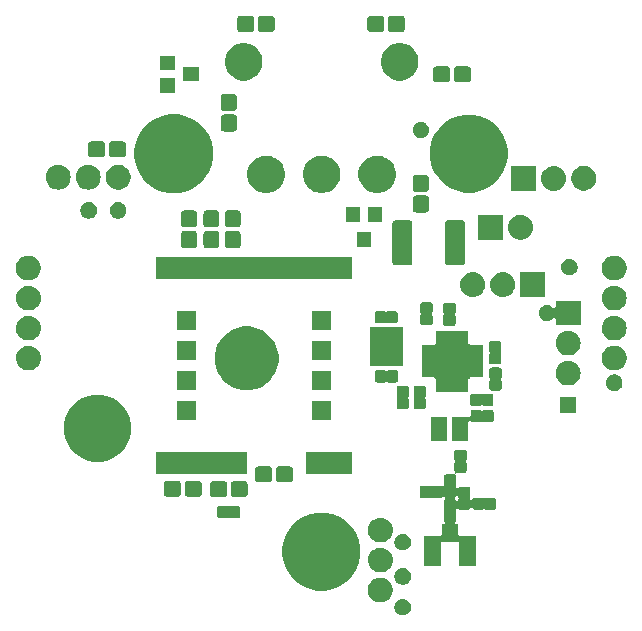
<source format=gts>
G04 #@! TF.GenerationSoftware,KiCad,Pcbnew,(5.0.0)*
G04 #@! TF.CreationDate,2019-01-09T16:36:43-03:00*
G04 #@! TF.ProjectId,PCB_A,5043425F412E6B696361645F70636200,rev?*
G04 #@! TF.SameCoordinates,Original*
G04 #@! TF.FileFunction,Soldermask,Top*
G04 #@! TF.FilePolarity,Negative*
%FSLAX46Y46*%
G04 Gerber Fmt 4.6, Leading zero omitted, Abs format (unit mm)*
G04 Created by KiCad (PCBNEW (5.0.0)) date 01/09/19 16:36:43*
%MOMM*%
%LPD*%
G01*
G04 APERTURE LIST*
%ADD10C,0.100000*%
G04 APERTURE END LIST*
D10*
G36*
X7104183Y-24226900D02*
X7206901Y-24269448D01*
X7231574Y-24279668D01*
X7346224Y-24356274D01*
X7443726Y-24453776D01*
X7450231Y-24463512D01*
X7520332Y-24568426D01*
X7573100Y-24695817D01*
X7600000Y-24831055D01*
X7600000Y-24968945D01*
X7573100Y-25104183D01*
X7520332Y-25231574D01*
X7443725Y-25346225D01*
X7346225Y-25443725D01*
X7231574Y-25520332D01*
X7104183Y-25573100D01*
X6968945Y-25600000D01*
X6831055Y-25600000D01*
X6695817Y-25573100D01*
X6568426Y-25520332D01*
X6453775Y-25443725D01*
X6356275Y-25346225D01*
X6279668Y-25231574D01*
X6226900Y-25104183D01*
X6200000Y-24968945D01*
X6200000Y-24831055D01*
X6226900Y-24695817D01*
X6279668Y-24568426D01*
X6349769Y-24463512D01*
X6356274Y-24453776D01*
X6453776Y-24356274D01*
X6568426Y-24279668D01*
X6593099Y-24269448D01*
X6695817Y-24226900D01*
X6831055Y-24200000D01*
X6968945Y-24200000D01*
X7104183Y-24226900D01*
X7104183Y-24226900D01*
G37*
G36*
X5122729Y-22408332D02*
X5303115Y-22444212D01*
X5494203Y-22523364D01*
X5666177Y-22638273D01*
X5812430Y-22784526D01*
X5927339Y-22956500D01*
X6006491Y-23147588D01*
X6046841Y-23350446D01*
X6046841Y-23557278D01*
X6006491Y-23760136D01*
X5927339Y-23951224D01*
X5812430Y-24123198D01*
X5666177Y-24269451D01*
X5494203Y-24384360D01*
X5303115Y-24463512D01*
X5122729Y-24499392D01*
X5100258Y-24503862D01*
X4893424Y-24503862D01*
X4870953Y-24499392D01*
X4690567Y-24463512D01*
X4499479Y-24384360D01*
X4327505Y-24269451D01*
X4181252Y-24123198D01*
X4066343Y-23951224D01*
X3987191Y-23760136D01*
X3946841Y-23557278D01*
X3946841Y-23350446D01*
X3987191Y-23147588D01*
X4066343Y-22956500D01*
X4181252Y-22784526D01*
X4327505Y-22638273D01*
X4499479Y-22523364D01*
X4690567Y-22444212D01*
X4870953Y-22408332D01*
X4893424Y-22403862D01*
X5100258Y-22403862D01*
X5122729Y-22408332D01*
X5122729Y-22408332D01*
G37*
G36*
X962574Y-17026817D02*
X1563135Y-17275577D01*
X2103630Y-17636725D01*
X2563275Y-18096370D01*
X2924423Y-18636865D01*
X3173183Y-19237426D01*
X3300000Y-19874977D01*
X3300000Y-20525023D01*
X3173183Y-21162574D01*
X2924423Y-21763135D01*
X2563275Y-22303630D01*
X2103630Y-22763275D01*
X1563135Y-23124423D01*
X962574Y-23373183D01*
X325023Y-23500000D01*
X-325023Y-23500000D01*
X-962574Y-23373183D01*
X-1563135Y-23124423D01*
X-2103630Y-22763275D01*
X-2563275Y-22303630D01*
X-2924423Y-21763135D01*
X-3173183Y-21162574D01*
X-3300000Y-20525023D01*
X-3300000Y-19874977D01*
X-3173183Y-19237426D01*
X-2924423Y-18636865D01*
X-2563275Y-18096370D01*
X-2103630Y-17636725D01*
X-1563135Y-17275577D01*
X-962574Y-17026817D01*
X-325023Y-16900000D01*
X325023Y-16900000D01*
X962574Y-17026817D01*
X962574Y-17026817D01*
G37*
G36*
X7104183Y-21626900D02*
X7231574Y-21679668D01*
X7346225Y-21756275D01*
X7443725Y-21853775D01*
X7520332Y-21968426D01*
X7573100Y-22095817D01*
X7600000Y-22231055D01*
X7600000Y-22368945D01*
X7573100Y-22504183D01*
X7520332Y-22631574D01*
X7443725Y-22746225D01*
X7346225Y-22843725D01*
X7231574Y-22920332D01*
X7104183Y-22973100D01*
X6968945Y-23000000D01*
X6831055Y-23000000D01*
X6695817Y-22973100D01*
X6568426Y-22920332D01*
X6453775Y-22843725D01*
X6356275Y-22746225D01*
X6279668Y-22631574D01*
X6226900Y-22504183D01*
X6200000Y-22368945D01*
X6200000Y-22231055D01*
X6226900Y-22095817D01*
X6279668Y-21968426D01*
X6356275Y-21853775D01*
X6453775Y-21756275D01*
X6568426Y-21679668D01*
X6695817Y-21626900D01*
X6831055Y-21600000D01*
X6968945Y-21600000D01*
X7104183Y-21626900D01*
X7104183Y-21626900D01*
G37*
G36*
X5125548Y-19871458D02*
X5202677Y-19879055D01*
X5334628Y-19919082D01*
X5400604Y-19939095D01*
X5583013Y-20036595D01*
X5742895Y-20167808D01*
X5874108Y-20327690D01*
X5971608Y-20510099D01*
X5971608Y-20510100D01*
X6031648Y-20708026D01*
X6051921Y-20913862D01*
X6031648Y-21119698D01*
X5991621Y-21251649D01*
X5971608Y-21317625D01*
X5874108Y-21500034D01*
X5742895Y-21659916D01*
X5583013Y-21791129D01*
X5400604Y-21888629D01*
X5334628Y-21908642D01*
X5202677Y-21948669D01*
X5125548Y-21956265D01*
X5048421Y-21963862D01*
X4945261Y-21963862D01*
X4868134Y-21956265D01*
X4791005Y-21948669D01*
X4659054Y-21908642D01*
X4593078Y-21888629D01*
X4410669Y-21791129D01*
X4250787Y-21659916D01*
X4119574Y-21500034D01*
X4022074Y-21317625D01*
X4002061Y-21251649D01*
X3962034Y-21119698D01*
X3941761Y-20913862D01*
X3962034Y-20708026D01*
X4022074Y-20510100D01*
X4022074Y-20510099D01*
X4119574Y-20327690D01*
X4250787Y-20167808D01*
X4410669Y-20036595D01*
X4593078Y-19939095D01*
X4659054Y-19919082D01*
X4791005Y-19879055D01*
X4868134Y-19871458D01*
X4945261Y-19863862D01*
X5048421Y-19863862D01*
X5125548Y-19871458D01*
X5125548Y-19871458D01*
G37*
G36*
X12156574Y-11571748D02*
X12191168Y-11582242D01*
X12223041Y-11599278D01*
X12250987Y-11622213D01*
X12273922Y-11650159D01*
X12290958Y-11682032D01*
X12301452Y-11716626D01*
X12305600Y-11758741D01*
X12305600Y-12366459D01*
X12301452Y-12408574D01*
X12290958Y-12443168D01*
X12269813Y-12482728D01*
X12265843Y-12488669D01*
X12256464Y-12511308D01*
X12251683Y-12535341D01*
X12251681Y-12559845D01*
X12256460Y-12583879D01*
X12265837Y-12606518D01*
X12269805Y-12612458D01*
X12290958Y-12652032D01*
X12301452Y-12686626D01*
X12305600Y-12728741D01*
X12305600Y-13336459D01*
X12301452Y-13378574D01*
X12290958Y-13413168D01*
X12273922Y-13445041D01*
X12250987Y-13472987D01*
X12223041Y-13495922D01*
X12191168Y-13512958D01*
X12156574Y-13523452D01*
X12114459Y-13527600D01*
X11472419Y-13527600D01*
X11448033Y-13530002D01*
X11424584Y-13537115D01*
X11402973Y-13548666D01*
X11384031Y-13564212D01*
X11368485Y-13583154D01*
X11356934Y-13604765D01*
X11349821Y-13628214D01*
X11347419Y-13652600D01*
X11349821Y-13676986D01*
X11356934Y-13700435D01*
X11368485Y-13722046D01*
X11375794Y-13731901D01*
X11390122Y-13749359D01*
X11407158Y-13781232D01*
X11417652Y-13815826D01*
X11421800Y-13857941D01*
X11421800Y-14465659D01*
X11417652Y-14507774D01*
X11407158Y-14542368D01*
X11386013Y-14581928D01*
X11382043Y-14587869D01*
X11372664Y-14610508D01*
X11367883Y-14634541D01*
X11367881Y-14659045D01*
X11372660Y-14683079D01*
X11382037Y-14705718D01*
X11386003Y-14711654D01*
X11412689Y-14761580D01*
X11426303Y-14781954D01*
X11443630Y-14799281D01*
X11464005Y-14812895D01*
X11486644Y-14822273D01*
X11510677Y-14827053D01*
X11535181Y-14827053D01*
X11559215Y-14822272D01*
X11581854Y-14812895D01*
X11602228Y-14799281D01*
X11619555Y-14781954D01*
X11636411Y-14761415D01*
X11664359Y-14738478D01*
X11696232Y-14721442D01*
X11730826Y-14710948D01*
X11772941Y-14706800D01*
X12430659Y-14706800D01*
X12472774Y-14710948D01*
X12507368Y-14721442D01*
X12539241Y-14738478D01*
X12567187Y-14761413D01*
X12590122Y-14789359D01*
X12607158Y-14821232D01*
X12617652Y-14855826D01*
X12621800Y-14897941D01*
X12621800Y-15505659D01*
X12617652Y-15547774D01*
X12607158Y-15582368D01*
X12586013Y-15621928D01*
X12582043Y-15627869D01*
X12572664Y-15650508D01*
X12567883Y-15674541D01*
X12567881Y-15699045D01*
X12572660Y-15723079D01*
X12582037Y-15745718D01*
X12586003Y-15751654D01*
X12591928Y-15762739D01*
X12605542Y-15783113D01*
X12622869Y-15800440D01*
X12643244Y-15814054D01*
X12665883Y-15823432D01*
X12689916Y-15828212D01*
X12714420Y-15828212D01*
X12738454Y-15823431D01*
X12761093Y-15814054D01*
X12781467Y-15800440D01*
X12798794Y-15783113D01*
X12812408Y-15762738D01*
X12820883Y-15742277D01*
X12838478Y-15709359D01*
X12861413Y-15681413D01*
X12889359Y-15658478D01*
X12921232Y-15641442D01*
X12955826Y-15630948D01*
X12997941Y-15626800D01*
X13605659Y-15626800D01*
X13647774Y-15630948D01*
X13682368Y-15641442D01*
X13721928Y-15662587D01*
X13727869Y-15666557D01*
X13750508Y-15675936D01*
X13774541Y-15680717D01*
X13799045Y-15680719D01*
X13823079Y-15675940D01*
X13845718Y-15666563D01*
X13851658Y-15662595D01*
X13891232Y-15641442D01*
X13925826Y-15630948D01*
X13967941Y-15626800D01*
X14575659Y-15626800D01*
X14617774Y-15630948D01*
X14652368Y-15641442D01*
X14684241Y-15658478D01*
X14712187Y-15681413D01*
X14735122Y-15709359D01*
X14752158Y-15741232D01*
X14762652Y-15775826D01*
X14766800Y-15817941D01*
X14766800Y-16475659D01*
X14762652Y-16517774D01*
X14752158Y-16552368D01*
X14735122Y-16584241D01*
X14712187Y-16612187D01*
X14684241Y-16635122D01*
X14652368Y-16652158D01*
X14617774Y-16662652D01*
X14575659Y-16666800D01*
X13967941Y-16666800D01*
X13925826Y-16662652D01*
X13891232Y-16652158D01*
X13851672Y-16631013D01*
X13845731Y-16627043D01*
X13823092Y-16617664D01*
X13799059Y-16612883D01*
X13774555Y-16612881D01*
X13750521Y-16617660D01*
X13727882Y-16627037D01*
X13721942Y-16631005D01*
X13682368Y-16652158D01*
X13647774Y-16662652D01*
X13605659Y-16666800D01*
X12997941Y-16666800D01*
X12955826Y-16662652D01*
X12921232Y-16652158D01*
X12889359Y-16635122D01*
X12861413Y-16612187D01*
X12838481Y-16584245D01*
X12824541Y-16558164D01*
X12810927Y-16537789D01*
X12793600Y-16520462D01*
X12773225Y-16506848D01*
X12750586Y-16497471D01*
X12726553Y-16492690D01*
X12702049Y-16492690D01*
X12678015Y-16497470D01*
X12655376Y-16506847D01*
X12635001Y-16520461D01*
X12617674Y-16537788D01*
X12604059Y-16558164D01*
X12590119Y-16584245D01*
X12567187Y-16612187D01*
X12539241Y-16635122D01*
X12507368Y-16652158D01*
X12472774Y-16662652D01*
X12430659Y-16666800D01*
X11772941Y-16666800D01*
X11730826Y-16662652D01*
X11696232Y-16652158D01*
X11664359Y-16635122D01*
X11636413Y-16612187D01*
X11624071Y-16597148D01*
X11606744Y-16579821D01*
X11586369Y-16566208D01*
X11563730Y-16556830D01*
X11539696Y-16552050D01*
X11515192Y-16552050D01*
X11491159Y-16556831D01*
X11468520Y-16566208D01*
X11448145Y-16579822D01*
X11430818Y-16597149D01*
X11417205Y-16617524D01*
X11407827Y-16640162D01*
X11407157Y-16642370D01*
X11386013Y-16681928D01*
X11382043Y-16687869D01*
X11372664Y-16710508D01*
X11367883Y-16734541D01*
X11367881Y-16759045D01*
X11372660Y-16783079D01*
X11382037Y-16805718D01*
X11386005Y-16811658D01*
X11407158Y-16851232D01*
X11417652Y-16885826D01*
X11421800Y-16927941D01*
X11421800Y-17535659D01*
X11417652Y-17577774D01*
X11407158Y-17612368D01*
X11390122Y-17644241D01*
X11367187Y-17672187D01*
X11363547Y-17675174D01*
X11346220Y-17692501D01*
X11332606Y-17712876D01*
X11323229Y-17735515D01*
X11318449Y-17759549D01*
X11318449Y-17784053D01*
X11323230Y-17808086D01*
X11332607Y-17830725D01*
X11346221Y-17851100D01*
X11363548Y-17868427D01*
X11383923Y-17882041D01*
X11406562Y-17891418D01*
X11442847Y-17896800D01*
X11601800Y-17896800D01*
X11601800Y-18721800D01*
X11604202Y-18746186D01*
X11611315Y-18769635D01*
X11622866Y-18791246D01*
X11638412Y-18810188D01*
X11657354Y-18825734D01*
X11678965Y-18837285D01*
X11702414Y-18844398D01*
X11726800Y-18846800D01*
X13101800Y-18846800D01*
X13101800Y-21446800D01*
X11651800Y-21446800D01*
X11651800Y-19471800D01*
X11649398Y-19447414D01*
X11642285Y-19423965D01*
X11630734Y-19402354D01*
X11615188Y-19383412D01*
X11596246Y-19367866D01*
X11574635Y-19356315D01*
X11551186Y-19349202D01*
X11526800Y-19346800D01*
X10276800Y-19346800D01*
X10252414Y-19349202D01*
X10228965Y-19356315D01*
X10207354Y-19367866D01*
X10188412Y-19383412D01*
X10172866Y-19402354D01*
X10161315Y-19423965D01*
X10154202Y-19447414D01*
X10151800Y-19471800D01*
X10151800Y-21446800D01*
X8701800Y-21446800D01*
X8701800Y-18846800D01*
X10076800Y-18846800D01*
X10101186Y-18844398D01*
X10124635Y-18837285D01*
X10146246Y-18825734D01*
X10165188Y-18810188D01*
X10180734Y-18791246D01*
X10192285Y-18769635D01*
X10199398Y-18746186D01*
X10201800Y-18721800D01*
X10201800Y-17896800D01*
X10360753Y-17896800D01*
X10385139Y-17894398D01*
X10408588Y-17887285D01*
X10430199Y-17875734D01*
X10449141Y-17860188D01*
X10464687Y-17841246D01*
X10476238Y-17819635D01*
X10483351Y-17796186D01*
X10485753Y-17771800D01*
X10483351Y-17747414D01*
X10476238Y-17723965D01*
X10464687Y-17702354D01*
X10440053Y-17675174D01*
X10436413Y-17672187D01*
X10413478Y-17644241D01*
X10396442Y-17612368D01*
X10385948Y-17577774D01*
X10381800Y-17535659D01*
X10381800Y-16927941D01*
X10385948Y-16885826D01*
X10396442Y-16851232D01*
X10417587Y-16811672D01*
X10421557Y-16805731D01*
X10430936Y-16783092D01*
X10435717Y-16759059D01*
X10435719Y-16734555D01*
X10430940Y-16710521D01*
X10421563Y-16687882D01*
X10417595Y-16681942D01*
X10396442Y-16642368D01*
X10385948Y-16607774D01*
X10381800Y-16565659D01*
X10381800Y-15957941D01*
X10385948Y-15915826D01*
X10396442Y-15881232D01*
X10413478Y-15849359D01*
X10436413Y-15821413D01*
X10470515Y-15793426D01*
X10487842Y-15776098D01*
X10501456Y-15755724D01*
X10510833Y-15733085D01*
X10515613Y-15709051D01*
X10515613Y-15684549D01*
X11287987Y-15684549D01*
X11287987Y-15709053D01*
X11292768Y-15733087D01*
X11302145Y-15755726D01*
X11315759Y-15776100D01*
X11333085Y-15793426D01*
X11367187Y-15821413D01*
X11379529Y-15836452D01*
X11396856Y-15853779D01*
X11417231Y-15867392D01*
X11439870Y-15876770D01*
X11463904Y-15881550D01*
X11488408Y-15881550D01*
X11512441Y-15876769D01*
X11535080Y-15867392D01*
X11555455Y-15853778D01*
X11572782Y-15836451D01*
X11586395Y-15816076D01*
X11595773Y-15793438D01*
X11596443Y-15791230D01*
X11617587Y-15751672D01*
X11621557Y-15745731D01*
X11630936Y-15723092D01*
X11635717Y-15699059D01*
X11635719Y-15674555D01*
X11630940Y-15650521D01*
X11621563Y-15627882D01*
X11617597Y-15621946D01*
X11590911Y-15572020D01*
X11577297Y-15551646D01*
X11559970Y-15534319D01*
X11539595Y-15520705D01*
X11516956Y-15511327D01*
X11492923Y-15506547D01*
X11468419Y-15506547D01*
X11444385Y-15511328D01*
X11421746Y-15520705D01*
X11401372Y-15534319D01*
X11384045Y-15551646D01*
X11367189Y-15572185D01*
X11333085Y-15600174D01*
X11315758Y-15617502D01*
X11302144Y-15637876D01*
X11292767Y-15660515D01*
X11287987Y-15684549D01*
X10515613Y-15684549D01*
X10515613Y-15684547D01*
X10510832Y-15660513D01*
X10501455Y-15637874D01*
X10487841Y-15617500D01*
X10470515Y-15600174D01*
X10427634Y-15564982D01*
X10407259Y-15551368D01*
X10384620Y-15541991D01*
X10360587Y-15537210D01*
X10336083Y-15537210D01*
X10312049Y-15541990D01*
X10289410Y-15551367D01*
X10269035Y-15564981D01*
X10251708Y-15582308D01*
X10227187Y-15612187D01*
X10199241Y-15635122D01*
X10167368Y-15652158D01*
X10132774Y-15662652D01*
X10090659Y-15666800D01*
X9482941Y-15666800D01*
X9440826Y-15662652D01*
X9406232Y-15652158D01*
X9366672Y-15631013D01*
X9360731Y-15627043D01*
X9338092Y-15617664D01*
X9314059Y-15612883D01*
X9289555Y-15612881D01*
X9265521Y-15617660D01*
X9242882Y-15627037D01*
X9236942Y-15631005D01*
X9197368Y-15652158D01*
X9162774Y-15662652D01*
X9120659Y-15666800D01*
X8512941Y-15666800D01*
X8470826Y-15662652D01*
X8436232Y-15652158D01*
X8404359Y-15635122D01*
X8376413Y-15612187D01*
X8353478Y-15584241D01*
X8336442Y-15552368D01*
X8325948Y-15517774D01*
X8321800Y-15475659D01*
X8321800Y-14817941D01*
X8325948Y-14775826D01*
X8336442Y-14741232D01*
X8353478Y-14709359D01*
X8376413Y-14681413D01*
X8404359Y-14658478D01*
X8436232Y-14641442D01*
X8470826Y-14630948D01*
X8512941Y-14626800D01*
X9120659Y-14626800D01*
X9162774Y-14630948D01*
X9197368Y-14641442D01*
X9236928Y-14662587D01*
X9242869Y-14666557D01*
X9265508Y-14675936D01*
X9289541Y-14680717D01*
X9314045Y-14680719D01*
X9338079Y-14675940D01*
X9360718Y-14666563D01*
X9366658Y-14662595D01*
X9406232Y-14641442D01*
X9440826Y-14630948D01*
X9482941Y-14626800D01*
X10090659Y-14626800D01*
X10132774Y-14630948D01*
X10167368Y-14641442D01*
X10209562Y-14663995D01*
X10210506Y-14664626D01*
X10233141Y-14674012D01*
X10257173Y-14678801D01*
X10281677Y-14678809D01*
X10305713Y-14674037D01*
X10328355Y-14664668D01*
X10348734Y-14651061D01*
X10366067Y-14633740D01*
X10379688Y-14613370D01*
X10389074Y-14590735D01*
X10393863Y-14566703D01*
X10393871Y-14542199D01*
X10389088Y-14518125D01*
X10385948Y-14507773D01*
X10381800Y-14465659D01*
X10381800Y-13857941D01*
X10385948Y-13815826D01*
X10396442Y-13781232D01*
X10413478Y-13749359D01*
X10436413Y-13721413D01*
X10464359Y-13698478D01*
X10496232Y-13681442D01*
X10530826Y-13670948D01*
X10572941Y-13666800D01*
X11214981Y-13666800D01*
X11239367Y-13664398D01*
X11262816Y-13657285D01*
X11284427Y-13645734D01*
X11303369Y-13630188D01*
X11318915Y-13611246D01*
X11330466Y-13589635D01*
X11337579Y-13566186D01*
X11339981Y-13541800D01*
X11337579Y-13517414D01*
X11330466Y-13493965D01*
X11318915Y-13472354D01*
X11311606Y-13462499D01*
X11297278Y-13445041D01*
X11280242Y-13413168D01*
X11269748Y-13378574D01*
X11265600Y-13336459D01*
X11265600Y-12728741D01*
X11269748Y-12686626D01*
X11280242Y-12652032D01*
X11301387Y-12612472D01*
X11305357Y-12606531D01*
X11314736Y-12583892D01*
X11319517Y-12559859D01*
X11319519Y-12535355D01*
X11314740Y-12511321D01*
X11305363Y-12488682D01*
X11301395Y-12482742D01*
X11280242Y-12443168D01*
X11269748Y-12408574D01*
X11265600Y-12366459D01*
X11265600Y-11758741D01*
X11269748Y-11716626D01*
X11280242Y-11682032D01*
X11297278Y-11650159D01*
X11320213Y-11622213D01*
X11348159Y-11599278D01*
X11380032Y-11582242D01*
X11414626Y-11571748D01*
X11456741Y-11567600D01*
X12114459Y-11567600D01*
X12156574Y-11571748D01*
X12156574Y-11571748D01*
G37*
G36*
X7104183Y-18726900D02*
X7226639Y-18777624D01*
X7231574Y-18779668D01*
X7346224Y-18856274D01*
X7443726Y-18953776D01*
X7447907Y-18960034D01*
X7520332Y-19068426D01*
X7573100Y-19195817D01*
X7600000Y-19331055D01*
X7600000Y-19468945D01*
X7573100Y-19604183D01*
X7520332Y-19731574D01*
X7443725Y-19846225D01*
X7346225Y-19943725D01*
X7231574Y-20020332D01*
X7104183Y-20073100D01*
X6968945Y-20100000D01*
X6831055Y-20100000D01*
X6695817Y-20073100D01*
X6568426Y-20020332D01*
X6453775Y-19943725D01*
X6356275Y-19846225D01*
X6279668Y-19731574D01*
X6226900Y-19604183D01*
X6200000Y-19468945D01*
X6200000Y-19331055D01*
X6226900Y-19195817D01*
X6279668Y-19068426D01*
X6352093Y-18960034D01*
X6356274Y-18953776D01*
X6453776Y-18856274D01*
X6568426Y-18779668D01*
X6573361Y-18777624D01*
X6695817Y-18726900D01*
X6831055Y-18700000D01*
X6968945Y-18700000D01*
X7104183Y-18726900D01*
X7104183Y-18726900D01*
G37*
G36*
X5113146Y-17330237D02*
X5202677Y-17339055D01*
X5304689Y-17370000D01*
X5400604Y-17399095D01*
X5583013Y-17496595D01*
X5742895Y-17627808D01*
X5874108Y-17787690D01*
X5971608Y-17970099D01*
X5971608Y-17970100D01*
X6031648Y-18168026D01*
X6051921Y-18373862D01*
X6031648Y-18579698D01*
X5995155Y-18700000D01*
X5971608Y-18777625D01*
X5874108Y-18960034D01*
X5742895Y-19119916D01*
X5583013Y-19251129D01*
X5400604Y-19348629D01*
X5375266Y-19356315D01*
X5202677Y-19408669D01*
X5125548Y-19416266D01*
X5048421Y-19423862D01*
X4945261Y-19423862D01*
X4868134Y-19416266D01*
X4791005Y-19408669D01*
X4618416Y-19356315D01*
X4593078Y-19348629D01*
X4410669Y-19251129D01*
X4250787Y-19119916D01*
X4119574Y-18960034D01*
X4022074Y-18777625D01*
X3998527Y-18700000D01*
X3962034Y-18579698D01*
X3941761Y-18373862D01*
X3962034Y-18168026D01*
X4022074Y-17970100D01*
X4022074Y-17970099D01*
X4119574Y-17787690D01*
X4250787Y-17627808D01*
X4410669Y-17496595D01*
X4593078Y-17399095D01*
X4688993Y-17370000D01*
X4791005Y-17339055D01*
X4880536Y-17330237D01*
X4945261Y-17323862D01*
X5048421Y-17323862D01*
X5113146Y-17330237D01*
X5113146Y-17330237D01*
G37*
G36*
X-7964026Y-16334148D02*
X-7929432Y-16344642D01*
X-7889872Y-16365787D01*
X-7883931Y-16369757D01*
X-7861292Y-16379136D01*
X-7837259Y-16383917D01*
X-7812755Y-16383919D01*
X-7788721Y-16379140D01*
X-7766082Y-16369763D01*
X-7760142Y-16365795D01*
X-7720568Y-16344642D01*
X-7685974Y-16334148D01*
X-7643859Y-16330000D01*
X-7036141Y-16330000D01*
X-6994026Y-16334148D01*
X-6959432Y-16344642D01*
X-6927559Y-16361678D01*
X-6899613Y-16384613D01*
X-6876678Y-16412559D01*
X-6859642Y-16444432D01*
X-6849148Y-16479026D01*
X-6845000Y-16521141D01*
X-6845000Y-17178859D01*
X-6849148Y-17220974D01*
X-6859642Y-17255568D01*
X-6876678Y-17287441D01*
X-6899613Y-17315387D01*
X-6927559Y-17338322D01*
X-6959432Y-17355358D01*
X-6994026Y-17365852D01*
X-7036141Y-17370000D01*
X-7643859Y-17370000D01*
X-7685974Y-17365852D01*
X-7720568Y-17355358D01*
X-7760128Y-17334213D01*
X-7766069Y-17330243D01*
X-7788708Y-17320864D01*
X-7812741Y-17316083D01*
X-7837245Y-17316081D01*
X-7861279Y-17320860D01*
X-7883918Y-17330237D01*
X-7889858Y-17334205D01*
X-7929432Y-17355358D01*
X-7964026Y-17365852D01*
X-8006141Y-17370000D01*
X-8613859Y-17370000D01*
X-8655974Y-17365852D01*
X-8690568Y-17355358D01*
X-8722441Y-17338322D01*
X-8750387Y-17315387D01*
X-8773322Y-17287441D01*
X-8790358Y-17255568D01*
X-8800852Y-17220974D01*
X-8805000Y-17178859D01*
X-8805000Y-16521141D01*
X-8800852Y-16479026D01*
X-8790358Y-16444432D01*
X-8773322Y-16412559D01*
X-8750387Y-16384613D01*
X-8722441Y-16361678D01*
X-8690568Y-16344642D01*
X-8655974Y-16334148D01*
X-8613859Y-16330000D01*
X-8006141Y-16330000D01*
X-7964026Y-16334148D01*
X-7964026Y-16334148D01*
G37*
G36*
X-8196470Y-14230877D02*
X-8144990Y-14246493D01*
X-8097558Y-14271846D01*
X-8055973Y-14305973D01*
X-8021846Y-14347558D01*
X-7996493Y-14394990D01*
X-7980877Y-14446470D01*
X-7975000Y-14506140D01*
X-7975000Y-15293860D01*
X-7980877Y-15353530D01*
X-7996493Y-15405010D01*
X-8021846Y-15452442D01*
X-8055973Y-15494027D01*
X-8097558Y-15528154D01*
X-8144990Y-15553507D01*
X-8196470Y-15569123D01*
X-8256140Y-15575000D01*
X-9143860Y-15575000D01*
X-9203530Y-15569123D01*
X-9255010Y-15553507D01*
X-9302442Y-15528154D01*
X-9344027Y-15494027D01*
X-9378154Y-15452442D01*
X-9403507Y-15405010D01*
X-9419123Y-15353530D01*
X-9425000Y-15293860D01*
X-9425000Y-14506140D01*
X-9419123Y-14446470D01*
X-9403507Y-14394990D01*
X-9378154Y-14347558D01*
X-9344027Y-14305973D01*
X-9302442Y-14271846D01*
X-9255010Y-14246493D01*
X-9203530Y-14230877D01*
X-9143860Y-14225000D01*
X-8256140Y-14225000D01*
X-8196470Y-14230877D01*
X-8196470Y-14230877D01*
G37*
G36*
X-6446470Y-14230877D02*
X-6394990Y-14246493D01*
X-6347558Y-14271846D01*
X-6305973Y-14305973D01*
X-6271846Y-14347558D01*
X-6246493Y-14394990D01*
X-6230877Y-14446470D01*
X-6225000Y-14506140D01*
X-6225000Y-15293860D01*
X-6230877Y-15353530D01*
X-6246493Y-15405010D01*
X-6271846Y-15452442D01*
X-6305973Y-15494027D01*
X-6347558Y-15528154D01*
X-6394990Y-15553507D01*
X-6446470Y-15569123D01*
X-6506140Y-15575000D01*
X-7393860Y-15575000D01*
X-7453530Y-15569123D01*
X-7505010Y-15553507D01*
X-7552442Y-15528154D01*
X-7594027Y-15494027D01*
X-7628154Y-15452442D01*
X-7653507Y-15405010D01*
X-7669123Y-15353530D01*
X-7675000Y-15293860D01*
X-7675000Y-14506140D01*
X-7669123Y-14446470D01*
X-7653507Y-14394990D01*
X-7628154Y-14347558D01*
X-7594027Y-14305973D01*
X-7552442Y-14271846D01*
X-7505010Y-14246493D01*
X-7453530Y-14230877D01*
X-7393860Y-14225000D01*
X-6506140Y-14225000D01*
X-6446470Y-14230877D01*
X-6446470Y-14230877D01*
G37*
G36*
X-12096470Y-14205877D02*
X-12044990Y-14221493D01*
X-11997558Y-14246846D01*
X-11955973Y-14280973D01*
X-11921846Y-14322558D01*
X-11896493Y-14369990D01*
X-11880877Y-14421470D01*
X-11875000Y-14481140D01*
X-11875000Y-15268860D01*
X-11880877Y-15328530D01*
X-11896493Y-15380010D01*
X-11921846Y-15427442D01*
X-11955973Y-15469027D01*
X-11997558Y-15503154D01*
X-12044990Y-15528507D01*
X-12096470Y-15544123D01*
X-12156140Y-15550000D01*
X-13043860Y-15550000D01*
X-13103530Y-15544123D01*
X-13155010Y-15528507D01*
X-13202442Y-15503154D01*
X-13244027Y-15469027D01*
X-13278154Y-15427442D01*
X-13303507Y-15380010D01*
X-13319123Y-15328530D01*
X-13325000Y-15268860D01*
X-13325000Y-14481140D01*
X-13319123Y-14421470D01*
X-13303507Y-14369990D01*
X-13278154Y-14322558D01*
X-13244027Y-14280973D01*
X-13202442Y-14246846D01*
X-13155010Y-14221493D01*
X-13103530Y-14205877D01*
X-13043860Y-14200000D01*
X-12156140Y-14200000D01*
X-12096470Y-14205877D01*
X-12096470Y-14205877D01*
G37*
G36*
X-10346470Y-14205877D02*
X-10294990Y-14221493D01*
X-10247558Y-14246846D01*
X-10205973Y-14280973D01*
X-10171846Y-14322558D01*
X-10146493Y-14369990D01*
X-10130877Y-14421470D01*
X-10125000Y-14481140D01*
X-10125000Y-15268860D01*
X-10130877Y-15328530D01*
X-10146493Y-15380010D01*
X-10171846Y-15427442D01*
X-10205973Y-15469027D01*
X-10247558Y-15503154D01*
X-10294990Y-15528507D01*
X-10346470Y-15544123D01*
X-10406140Y-15550000D01*
X-11293860Y-15550000D01*
X-11353530Y-15544123D01*
X-11405010Y-15528507D01*
X-11452442Y-15503154D01*
X-11494027Y-15469027D01*
X-11528154Y-15427442D01*
X-11553507Y-15380010D01*
X-11569123Y-15328530D01*
X-11575000Y-15268860D01*
X-11575000Y-14481140D01*
X-11569123Y-14421470D01*
X-11553507Y-14369990D01*
X-11528154Y-14322558D01*
X-11494027Y-14280973D01*
X-11452442Y-14246846D01*
X-11405010Y-14221493D01*
X-11353530Y-14205877D01*
X-11293860Y-14200000D01*
X-10406140Y-14200000D01*
X-10346470Y-14205877D01*
X-10346470Y-14205877D01*
G37*
G36*
X-4371470Y-12980877D02*
X-4319990Y-12996493D01*
X-4272558Y-13021846D01*
X-4230973Y-13055973D01*
X-4196846Y-13097558D01*
X-4171493Y-13144990D01*
X-4155877Y-13196470D01*
X-4150000Y-13256140D01*
X-4150000Y-14043860D01*
X-4155877Y-14103530D01*
X-4171493Y-14155010D01*
X-4196846Y-14202442D01*
X-4230973Y-14244027D01*
X-4272558Y-14278154D01*
X-4319990Y-14303507D01*
X-4371470Y-14319123D01*
X-4431140Y-14325000D01*
X-5318860Y-14325000D01*
X-5378530Y-14319123D01*
X-5430010Y-14303507D01*
X-5477442Y-14278154D01*
X-5519027Y-14244027D01*
X-5553154Y-14202442D01*
X-5578507Y-14155010D01*
X-5594123Y-14103530D01*
X-5600000Y-14043860D01*
X-5600000Y-13256140D01*
X-5594123Y-13196470D01*
X-5578507Y-13144990D01*
X-5553154Y-13097558D01*
X-5519027Y-13055973D01*
X-5477442Y-13021846D01*
X-5430010Y-12996493D01*
X-5378530Y-12980877D01*
X-5318860Y-12975000D01*
X-4431140Y-12975000D01*
X-4371470Y-12980877D01*
X-4371470Y-12980877D01*
G37*
G36*
X-2621470Y-12980877D02*
X-2569990Y-12996493D01*
X-2522558Y-13021846D01*
X-2480973Y-13055973D01*
X-2446846Y-13097558D01*
X-2421493Y-13144990D01*
X-2405877Y-13196470D01*
X-2400000Y-13256140D01*
X-2400000Y-14043860D01*
X-2405877Y-14103530D01*
X-2421493Y-14155010D01*
X-2446846Y-14202442D01*
X-2480973Y-14244027D01*
X-2522558Y-14278154D01*
X-2569990Y-14303507D01*
X-2621470Y-14319123D01*
X-2681140Y-14325000D01*
X-3568860Y-14325000D01*
X-3628530Y-14319123D01*
X-3680010Y-14303507D01*
X-3727442Y-14278154D01*
X-3769027Y-14244027D01*
X-3803154Y-14202442D01*
X-3828507Y-14155010D01*
X-3844123Y-14103530D01*
X-3850000Y-14043860D01*
X-3850000Y-13256140D01*
X-3844123Y-13196470D01*
X-3828507Y-13144990D01*
X-3803154Y-13097558D01*
X-3769027Y-13055973D01*
X-3727442Y-13021846D01*
X-3680010Y-12996493D01*
X-3628530Y-12980877D01*
X-3568860Y-12975000D01*
X-2681140Y-12975000D01*
X-2621470Y-12980877D01*
X-2621470Y-12980877D01*
G37*
G36*
X2580000Y-13650000D02*
X-1260000Y-13650000D01*
X-1260000Y-11750000D01*
X2580000Y-11750000D01*
X2580000Y-13650000D01*
X2580000Y-13650000D01*
G37*
G36*
X-6310000Y-13650000D02*
X-13960000Y-13650000D01*
X-13960000Y-11750000D01*
X-6310000Y-11750000D01*
X-6310000Y-13650000D01*
X-6310000Y-13650000D01*
G37*
G36*
X-18117088Y-7013123D02*
X-17598418Y-7227963D01*
X-17131628Y-7539862D01*
X-16734662Y-7936828D01*
X-16422763Y-8403618D01*
X-16207923Y-8922288D01*
X-16098400Y-9472898D01*
X-16098400Y-10034302D01*
X-16207923Y-10584912D01*
X-16422763Y-11103582D01*
X-16734662Y-11570372D01*
X-17131628Y-11967338D01*
X-17598418Y-12279237D01*
X-18117088Y-12494077D01*
X-18667698Y-12603600D01*
X-19229102Y-12603600D01*
X-19779712Y-12494077D01*
X-20298382Y-12279237D01*
X-20765172Y-11967338D01*
X-21162138Y-11570372D01*
X-21474037Y-11103582D01*
X-21688877Y-10584912D01*
X-21798400Y-10034302D01*
X-21798400Y-9472898D01*
X-21688877Y-8922288D01*
X-21474037Y-8403618D01*
X-21162138Y-7936828D01*
X-20765172Y-7539862D01*
X-20298382Y-7227963D01*
X-19779712Y-7013123D01*
X-19229102Y-6903600D01*
X-18667698Y-6903600D01*
X-18117088Y-7013123D01*
X-18117088Y-7013123D01*
G37*
G36*
X13475974Y-8224148D02*
X13510568Y-8234642D01*
X13550128Y-8255787D01*
X13556069Y-8259757D01*
X13578708Y-8269136D01*
X13602741Y-8273917D01*
X13627245Y-8273919D01*
X13651279Y-8269140D01*
X13673918Y-8259763D01*
X13679858Y-8255795D01*
X13719432Y-8234642D01*
X13754026Y-8224148D01*
X13796141Y-8220000D01*
X14403859Y-8220000D01*
X14445974Y-8224148D01*
X14480568Y-8234642D01*
X14512441Y-8251678D01*
X14540387Y-8274613D01*
X14563322Y-8302559D01*
X14580358Y-8334432D01*
X14590852Y-8369026D01*
X14595000Y-8411141D01*
X14595000Y-9068859D01*
X14590852Y-9110974D01*
X14580358Y-9145568D01*
X14563322Y-9177441D01*
X14540387Y-9205387D01*
X14512441Y-9228322D01*
X14480568Y-9245358D01*
X14445974Y-9255852D01*
X14403859Y-9260000D01*
X13796141Y-9260000D01*
X13754026Y-9255852D01*
X13719432Y-9245358D01*
X13679872Y-9224213D01*
X13673931Y-9220243D01*
X13651292Y-9210864D01*
X13627259Y-9206083D01*
X13602755Y-9206081D01*
X13578721Y-9210860D01*
X13556082Y-9220237D01*
X13550142Y-9224205D01*
X13510568Y-9245358D01*
X13475974Y-9255852D01*
X13433859Y-9260000D01*
X12826141Y-9260000D01*
X12784026Y-9255852D01*
X12749432Y-9245358D01*
X12717559Y-9228322D01*
X12689610Y-9205384D01*
X12671625Y-9183470D01*
X12654298Y-9166143D01*
X12633923Y-9152529D01*
X12611284Y-9143152D01*
X12587251Y-9138372D01*
X12562746Y-9138372D01*
X12538713Y-9143153D01*
X12516074Y-9152531D01*
X12495700Y-9166145D01*
X12478373Y-9183472D01*
X12464759Y-9203847D01*
X12455382Y-9226486D01*
X12450000Y-9262770D01*
X12450000Y-10835000D01*
X11050000Y-10835000D01*
X11050000Y-8785000D01*
X12510000Y-8785000D01*
X12534386Y-8782598D01*
X12557835Y-8775485D01*
X12579446Y-8763934D01*
X12598388Y-8748388D01*
X12613934Y-8729446D01*
X12625485Y-8707835D01*
X12632598Y-8684386D01*
X12635000Y-8660000D01*
X12635000Y-8411141D01*
X12639148Y-8369026D01*
X12649642Y-8334432D01*
X12666678Y-8302559D01*
X12689613Y-8274613D01*
X12717559Y-8251678D01*
X12749432Y-8234642D01*
X12784026Y-8224148D01*
X12826141Y-8220000D01*
X13433859Y-8220000D01*
X13475974Y-8224148D01*
X13475974Y-8224148D01*
G37*
G36*
X10650000Y-10835000D02*
X9250000Y-10835000D01*
X9250000Y-8785000D01*
X10650000Y-8785000D01*
X10650000Y-10835000D01*
X10650000Y-10835000D01*
G37*
G36*
X-10570000Y-9090000D02*
X-12240000Y-9090000D01*
X-12240000Y-7420000D01*
X-10570000Y-7420000D01*
X-10570000Y-9090000D01*
X-10570000Y-9090000D01*
G37*
G36*
X860000Y-9090000D02*
X-810000Y-9090000D01*
X-810000Y-7420000D01*
X860000Y-7420000D01*
X860000Y-9090000D01*
X860000Y-9090000D01*
G37*
G36*
X21600000Y-8500000D02*
X20200000Y-8500000D01*
X20200000Y-7100000D01*
X21600000Y-7100000D01*
X21600000Y-8500000D01*
X21600000Y-8500000D01*
G37*
G36*
X8710974Y-6164148D02*
X8745568Y-6174642D01*
X8777441Y-6191678D01*
X8805387Y-6214613D01*
X8828322Y-6242559D01*
X8845358Y-6274432D01*
X8855852Y-6309026D01*
X8860000Y-6351141D01*
X8860000Y-6958859D01*
X8855852Y-7000974D01*
X8845358Y-7035568D01*
X8824213Y-7075128D01*
X8820243Y-7081069D01*
X8810864Y-7103708D01*
X8806083Y-7127741D01*
X8806081Y-7152245D01*
X8810860Y-7176279D01*
X8820237Y-7198918D01*
X8824205Y-7204858D01*
X8845358Y-7244432D01*
X8855852Y-7279026D01*
X8860000Y-7321141D01*
X8860000Y-7928859D01*
X8855852Y-7970974D01*
X8845358Y-8005568D01*
X8828322Y-8037441D01*
X8805387Y-8065387D01*
X8777441Y-8088322D01*
X8745568Y-8105358D01*
X8710974Y-8115852D01*
X8668859Y-8120000D01*
X8011141Y-8120000D01*
X7969026Y-8115852D01*
X7934432Y-8105358D01*
X7902559Y-8088322D01*
X7874613Y-8065387D01*
X7851678Y-8037441D01*
X7834642Y-8005568D01*
X7824148Y-7970974D01*
X7820000Y-7928859D01*
X7820000Y-7321141D01*
X7824148Y-7279026D01*
X7834642Y-7244432D01*
X7855787Y-7204872D01*
X7859757Y-7198931D01*
X7869136Y-7176292D01*
X7873917Y-7152259D01*
X7873919Y-7127755D01*
X7869140Y-7103721D01*
X7859763Y-7081082D01*
X7855795Y-7075142D01*
X7834642Y-7035568D01*
X7824148Y-7000974D01*
X7820000Y-6958859D01*
X7820000Y-6351141D01*
X7824148Y-6309026D01*
X7834642Y-6274432D01*
X7851678Y-6242559D01*
X7874613Y-6214613D01*
X7902559Y-6191678D01*
X7934432Y-6174642D01*
X7969026Y-6164148D01*
X8011141Y-6160000D01*
X8668859Y-6160000D01*
X8710974Y-6164148D01*
X8710974Y-6164148D01*
G37*
G36*
X7270974Y-6164148D02*
X7305568Y-6174642D01*
X7337441Y-6191678D01*
X7365387Y-6214613D01*
X7388322Y-6242559D01*
X7405358Y-6274432D01*
X7415852Y-6309026D01*
X7420000Y-6351141D01*
X7420000Y-6958859D01*
X7415852Y-7000974D01*
X7405358Y-7035568D01*
X7384213Y-7075128D01*
X7380243Y-7081069D01*
X7370864Y-7103708D01*
X7366083Y-7127741D01*
X7366081Y-7152245D01*
X7370860Y-7176279D01*
X7380237Y-7198918D01*
X7384205Y-7204858D01*
X7405358Y-7244432D01*
X7415852Y-7279026D01*
X7420000Y-7321141D01*
X7420000Y-7928859D01*
X7415852Y-7970974D01*
X7405358Y-8005568D01*
X7388322Y-8037441D01*
X7365387Y-8065387D01*
X7337441Y-8088322D01*
X7305568Y-8105358D01*
X7270974Y-8115852D01*
X7228859Y-8120000D01*
X6571141Y-8120000D01*
X6529026Y-8115852D01*
X6494432Y-8105358D01*
X6462559Y-8088322D01*
X6434613Y-8065387D01*
X6411678Y-8037441D01*
X6394642Y-8005568D01*
X6384148Y-7970974D01*
X6380000Y-7928859D01*
X6380000Y-7321141D01*
X6384148Y-7279026D01*
X6394642Y-7244432D01*
X6415787Y-7204872D01*
X6419757Y-7198931D01*
X6429136Y-7176292D01*
X6433917Y-7152259D01*
X6433919Y-7127755D01*
X6429140Y-7103721D01*
X6419763Y-7081082D01*
X6415795Y-7075142D01*
X6394642Y-7035568D01*
X6384148Y-7000974D01*
X6380000Y-6958859D01*
X6380000Y-6351141D01*
X6384148Y-6309026D01*
X6394642Y-6274432D01*
X6411678Y-6242559D01*
X6434613Y-6214613D01*
X6462559Y-6191678D01*
X6494432Y-6174642D01*
X6529026Y-6164148D01*
X6571141Y-6160000D01*
X7228859Y-6160000D01*
X7270974Y-6164148D01*
X7270974Y-6164148D01*
G37*
G36*
X13460974Y-6824148D02*
X13495568Y-6834642D01*
X13535128Y-6855787D01*
X13541069Y-6859757D01*
X13563708Y-6869136D01*
X13587741Y-6873917D01*
X13612245Y-6873919D01*
X13636279Y-6869140D01*
X13658918Y-6859763D01*
X13664858Y-6855795D01*
X13704432Y-6834642D01*
X13739026Y-6824148D01*
X13781141Y-6820000D01*
X14388859Y-6820000D01*
X14430974Y-6824148D01*
X14465568Y-6834642D01*
X14497441Y-6851678D01*
X14525387Y-6874613D01*
X14548322Y-6902559D01*
X14565358Y-6934432D01*
X14575852Y-6969026D01*
X14580000Y-7011141D01*
X14580000Y-7668859D01*
X14575852Y-7710974D01*
X14565358Y-7745568D01*
X14548322Y-7777441D01*
X14525387Y-7805387D01*
X14497441Y-7828322D01*
X14465568Y-7845358D01*
X14430974Y-7855852D01*
X14388859Y-7860000D01*
X13781141Y-7860000D01*
X13739026Y-7855852D01*
X13704432Y-7845358D01*
X13664872Y-7824213D01*
X13658931Y-7820243D01*
X13636292Y-7810864D01*
X13612259Y-7806083D01*
X13587755Y-7806081D01*
X13563721Y-7810860D01*
X13541082Y-7820237D01*
X13535142Y-7824205D01*
X13495568Y-7845358D01*
X13460974Y-7855852D01*
X13418859Y-7860000D01*
X12811141Y-7860000D01*
X12769026Y-7855852D01*
X12734432Y-7845358D01*
X12702559Y-7828322D01*
X12674613Y-7805387D01*
X12651678Y-7777441D01*
X12634642Y-7745568D01*
X12624148Y-7710974D01*
X12620000Y-7668859D01*
X12620000Y-7011141D01*
X12624148Y-6969026D01*
X12634642Y-6934432D01*
X12651680Y-6902555D01*
X12658456Y-6894299D01*
X12665419Y-6883879D01*
X12671626Y-6878253D01*
X12674613Y-6874613D01*
X12702559Y-6851678D01*
X12734432Y-6834642D01*
X12769026Y-6824148D01*
X12811141Y-6820000D01*
X13418859Y-6820000D01*
X13460974Y-6824148D01*
X13460974Y-6824148D01*
G37*
G36*
X12450000Y-2515000D02*
X12452402Y-2539386D01*
X12459515Y-2562835D01*
X12471066Y-2584446D01*
X12486612Y-2603388D01*
X12505554Y-2618934D01*
X12527165Y-2630485D01*
X12550614Y-2637598D01*
X12552242Y-2637758D01*
X12552402Y-2639386D01*
X12559515Y-2662835D01*
X12571066Y-2684446D01*
X12586612Y-2703388D01*
X12605554Y-2718934D01*
X12627165Y-2730485D01*
X12650614Y-2737598D01*
X12675000Y-2740000D01*
X13700000Y-2740000D01*
X13700000Y-5440000D01*
X12675000Y-5440000D01*
X12650614Y-5442402D01*
X12627165Y-5449515D01*
X12605554Y-5461066D01*
X12586612Y-5476612D01*
X12571066Y-5495554D01*
X12559515Y-5517165D01*
X12552402Y-5540614D01*
X12552242Y-5542242D01*
X12550614Y-5542402D01*
X12527165Y-5549515D01*
X12505554Y-5561066D01*
X12486612Y-5576612D01*
X12471066Y-5595554D01*
X12459515Y-5617165D01*
X12452402Y-5640614D01*
X12450000Y-5665000D01*
X12450000Y-6690000D01*
X9750000Y-6690000D01*
X9750000Y-5665000D01*
X9747598Y-5640614D01*
X9740485Y-5617165D01*
X9728934Y-5595554D01*
X9713388Y-5576612D01*
X9694446Y-5561066D01*
X9672835Y-5549515D01*
X9649386Y-5542402D01*
X9647758Y-5542242D01*
X9647598Y-5540614D01*
X9640485Y-5517165D01*
X9628934Y-5495554D01*
X9613388Y-5476612D01*
X9594446Y-5461066D01*
X9572835Y-5449515D01*
X9549386Y-5442402D01*
X9525000Y-5440000D01*
X8500000Y-5440000D01*
X8500000Y-2740000D01*
X9525000Y-2740000D01*
X9549386Y-2737598D01*
X9572835Y-2730485D01*
X9594446Y-2718934D01*
X9613388Y-2703388D01*
X9628934Y-2684446D01*
X9640485Y-2662835D01*
X9647598Y-2639386D01*
X9647758Y-2637758D01*
X9649386Y-2637598D01*
X9672835Y-2630485D01*
X9694446Y-2618934D01*
X9713388Y-2603388D01*
X9728934Y-2584446D01*
X9740485Y-2562835D01*
X9747598Y-2539386D01*
X9750000Y-2515000D01*
X9750000Y-1490000D01*
X12450000Y-1490000D01*
X12450000Y-2515000D01*
X12450000Y-2515000D01*
G37*
G36*
X25004183Y-5226900D02*
X25131574Y-5279668D01*
X25246224Y-5356274D01*
X25343726Y-5453776D01*
X25413559Y-5558289D01*
X25420332Y-5568426D01*
X25473100Y-5695817D01*
X25500000Y-5831055D01*
X25500000Y-5968945D01*
X25473100Y-6104183D01*
X25420332Y-6231574D01*
X25359578Y-6322500D01*
X25343725Y-6346225D01*
X25246225Y-6443725D01*
X25131574Y-6520332D01*
X25004183Y-6573100D01*
X24868945Y-6600000D01*
X24731055Y-6600000D01*
X24595817Y-6573100D01*
X24468426Y-6520332D01*
X24353775Y-6443725D01*
X24256275Y-6346225D01*
X24240423Y-6322500D01*
X24179668Y-6231574D01*
X24126900Y-6104183D01*
X24100000Y-5968945D01*
X24100000Y-5831055D01*
X24126900Y-5695817D01*
X24179668Y-5568426D01*
X24186441Y-5558289D01*
X24256274Y-5453776D01*
X24353776Y-5356274D01*
X24468426Y-5279668D01*
X24595817Y-5226900D01*
X24731055Y-5200000D01*
X24868945Y-5200000D01*
X25004183Y-5226900D01*
X25004183Y-5226900D01*
G37*
G36*
X15120974Y-4614148D02*
X15155568Y-4624642D01*
X15187441Y-4641678D01*
X15215387Y-4664613D01*
X15238322Y-4692559D01*
X15255358Y-4724432D01*
X15265852Y-4759026D01*
X15270000Y-4801141D01*
X15270000Y-5408859D01*
X15265852Y-5450974D01*
X15255358Y-5485568D01*
X15234213Y-5525128D01*
X15230243Y-5531069D01*
X15220864Y-5553708D01*
X15216083Y-5577741D01*
X15216081Y-5602245D01*
X15220860Y-5626279D01*
X15230237Y-5648918D01*
X15234205Y-5654858D01*
X15255358Y-5694432D01*
X15265852Y-5729026D01*
X15270000Y-5771141D01*
X15270000Y-6378859D01*
X15265852Y-6420974D01*
X15255358Y-6455568D01*
X15238322Y-6487441D01*
X15215387Y-6515387D01*
X15187441Y-6538322D01*
X15155568Y-6555358D01*
X15120974Y-6565852D01*
X15078859Y-6570000D01*
X14421141Y-6570000D01*
X14379026Y-6565852D01*
X14344432Y-6555358D01*
X14312559Y-6538322D01*
X14284613Y-6515387D01*
X14261678Y-6487441D01*
X14244642Y-6455568D01*
X14234148Y-6420974D01*
X14230000Y-6378859D01*
X14230000Y-5771141D01*
X14234148Y-5729026D01*
X14244642Y-5694432D01*
X14265787Y-5654872D01*
X14269757Y-5648931D01*
X14279136Y-5626292D01*
X14283917Y-5602259D01*
X14283919Y-5577755D01*
X14279140Y-5553721D01*
X14269763Y-5531082D01*
X14265795Y-5525142D01*
X14244642Y-5485568D01*
X14234148Y-5450974D01*
X14230000Y-5408859D01*
X14230000Y-4801141D01*
X14234148Y-4759026D01*
X14244642Y-4724432D01*
X14261678Y-4692559D01*
X14284613Y-4664613D01*
X14312559Y-4641678D01*
X14344432Y-4624642D01*
X14379026Y-4614148D01*
X14421141Y-4610000D01*
X15078859Y-4610000D01*
X15120974Y-4614148D01*
X15120974Y-4614148D01*
G37*
G36*
X860000Y-6550000D02*
X-810000Y-6550000D01*
X-810000Y-4880000D01*
X860000Y-4880000D01*
X860000Y-6550000D01*
X860000Y-6550000D01*
G37*
G36*
X-10570000Y-6550000D02*
X-12240000Y-6550000D01*
X-12240000Y-4880000D01*
X-10570000Y-4880000D01*
X-10570000Y-6550000D01*
X-10570000Y-6550000D01*
G37*
G36*
X-5532440Y-1243759D02*
X-5041072Y-1447290D01*
X-5041070Y-1447291D01*
X-4718638Y-1662733D01*
X-4598847Y-1742775D01*
X-4222775Y-2118847D01*
X-4222773Y-2118850D01*
X-3945361Y-2534026D01*
X-3927290Y-2561072D01*
X-3723759Y-3052440D01*
X-3620000Y-3574072D01*
X-3620000Y-4105928D01*
X-3723759Y-4627560D01*
X-3892999Y-5036141D01*
X-3927291Y-5118930D01*
X-4141823Y-5440000D01*
X-4222775Y-5561153D01*
X-4598847Y-5937225D01*
X-4598850Y-5937227D01*
X-5041070Y-6232709D01*
X-5041071Y-6232710D01*
X-5041072Y-6232710D01*
X-5532440Y-6436241D01*
X-6054072Y-6540000D01*
X-6585928Y-6540000D01*
X-7107560Y-6436241D01*
X-7598928Y-6232710D01*
X-7598929Y-6232710D01*
X-7598930Y-6232709D01*
X-8041150Y-5937227D01*
X-8041153Y-5937225D01*
X-8417225Y-5561153D01*
X-8498177Y-5440000D01*
X-8712709Y-5118930D01*
X-8747001Y-5036141D01*
X-8916241Y-4627560D01*
X-9020000Y-4105928D01*
X-9020000Y-3574072D01*
X-8916241Y-3052440D01*
X-8712710Y-2561072D01*
X-8694638Y-2534026D01*
X-8417227Y-2118850D01*
X-8417225Y-2118847D01*
X-8041153Y-1742775D01*
X-7921362Y-1662733D01*
X-7598930Y-1447291D01*
X-7598928Y-1447290D01*
X-7107560Y-1243759D01*
X-6585928Y-1140000D01*
X-6054072Y-1140000D01*
X-5532440Y-1243759D01*
X-5532440Y-1243759D01*
G37*
G36*
X21028707Y-4037597D02*
X21105836Y-4045193D01*
X21237787Y-4085220D01*
X21303763Y-4105233D01*
X21486172Y-4202733D01*
X21646054Y-4333946D01*
X21777267Y-4493828D01*
X21874767Y-4676237D01*
X21894109Y-4740000D01*
X21934807Y-4874164D01*
X21955080Y-5080000D01*
X21934807Y-5285836D01*
X21894780Y-5417787D01*
X21874767Y-5483763D01*
X21777267Y-5666172D01*
X21646054Y-5826054D01*
X21486172Y-5957267D01*
X21303763Y-6054767D01*
X21237787Y-6074780D01*
X21105836Y-6114807D01*
X21028707Y-6122404D01*
X20951580Y-6130000D01*
X20848420Y-6130000D01*
X20771293Y-6122403D01*
X20694164Y-6114807D01*
X20562213Y-6074780D01*
X20496237Y-6054767D01*
X20313828Y-5957267D01*
X20153946Y-5826054D01*
X20022733Y-5666172D01*
X19925233Y-5483763D01*
X19905220Y-5417787D01*
X19865193Y-5285836D01*
X19844920Y-5080000D01*
X19865193Y-4874164D01*
X19905891Y-4740000D01*
X19925233Y-4676237D01*
X20022733Y-4493828D01*
X20153946Y-4333946D01*
X20313828Y-4202733D01*
X20496237Y-4105233D01*
X20562213Y-4085220D01*
X20694164Y-4045193D01*
X20771293Y-4037597D01*
X20848420Y-4030000D01*
X20951580Y-4030000D01*
X21028707Y-4037597D01*
X21028707Y-4037597D01*
G37*
G36*
X5375974Y-4849148D02*
X5410568Y-4859642D01*
X5450128Y-4880787D01*
X5456069Y-4884757D01*
X5478708Y-4894136D01*
X5502741Y-4898917D01*
X5527245Y-4898919D01*
X5551279Y-4894140D01*
X5573918Y-4884763D01*
X5579858Y-4880795D01*
X5619432Y-4859642D01*
X5654026Y-4849148D01*
X5696141Y-4845000D01*
X6303859Y-4845000D01*
X6345974Y-4849148D01*
X6380568Y-4859642D01*
X6412441Y-4876678D01*
X6440387Y-4899613D01*
X6463322Y-4927559D01*
X6480358Y-4959432D01*
X6490852Y-4994026D01*
X6495000Y-5036141D01*
X6495000Y-5693859D01*
X6490852Y-5735974D01*
X6480358Y-5770568D01*
X6463322Y-5802441D01*
X6440387Y-5830387D01*
X6412441Y-5853322D01*
X6380568Y-5870358D01*
X6345974Y-5880852D01*
X6303859Y-5885000D01*
X5696141Y-5885000D01*
X5654026Y-5880852D01*
X5619432Y-5870358D01*
X5579872Y-5849213D01*
X5573931Y-5845243D01*
X5551292Y-5835864D01*
X5527259Y-5831083D01*
X5502755Y-5831081D01*
X5478721Y-5835860D01*
X5456082Y-5845237D01*
X5450142Y-5849205D01*
X5410568Y-5870358D01*
X5375974Y-5880852D01*
X5333859Y-5885000D01*
X4726141Y-5885000D01*
X4684026Y-5880852D01*
X4649432Y-5870358D01*
X4617559Y-5853322D01*
X4589613Y-5830387D01*
X4566678Y-5802441D01*
X4549642Y-5770568D01*
X4539148Y-5735974D01*
X4535000Y-5693859D01*
X4535000Y-5036141D01*
X4539148Y-4994026D01*
X4549642Y-4959432D01*
X4566678Y-4927559D01*
X4589613Y-4899613D01*
X4617559Y-4876678D01*
X4649432Y-4859642D01*
X4684026Y-4849148D01*
X4726141Y-4845000D01*
X5333859Y-4845000D01*
X5375974Y-4849148D01*
X5375974Y-4849148D01*
G37*
G36*
X24925888Y-2764470D02*
X25106274Y-2800350D01*
X25297362Y-2879502D01*
X25469336Y-2994411D01*
X25615589Y-3140664D01*
X25730498Y-3312638D01*
X25809650Y-3503726D01*
X25850000Y-3706584D01*
X25850000Y-3913416D01*
X25809650Y-4116274D01*
X25730498Y-4307362D01*
X25615589Y-4479336D01*
X25469336Y-4625589D01*
X25297362Y-4740498D01*
X25106274Y-4819650D01*
X24925888Y-4855530D01*
X24903417Y-4860000D01*
X24696583Y-4860000D01*
X24674112Y-4855530D01*
X24493726Y-4819650D01*
X24302638Y-4740498D01*
X24130664Y-4625589D01*
X23984411Y-4479336D01*
X23869502Y-4307362D01*
X23790350Y-4116274D01*
X23750000Y-3913416D01*
X23750000Y-3706584D01*
X23790350Y-3503726D01*
X23869502Y-3312638D01*
X23984411Y-3140664D01*
X24130664Y-2994411D01*
X24302638Y-2879502D01*
X24493726Y-2800350D01*
X24674112Y-2764470D01*
X24696583Y-2760000D01*
X24903417Y-2760000D01*
X24925888Y-2764470D01*
X24925888Y-2764470D01*
G37*
G36*
X-24671293Y-2767597D02*
X-24594164Y-2775193D01*
X-24462213Y-2815220D01*
X-24396237Y-2835233D01*
X-24213828Y-2932733D01*
X-24053946Y-3063946D01*
X-23922733Y-3223828D01*
X-23825233Y-3406237D01*
X-23825233Y-3406238D01*
X-23765193Y-3604164D01*
X-23744920Y-3810000D01*
X-23765193Y-4015836D01*
X-23804612Y-4145785D01*
X-23825233Y-4213763D01*
X-23922733Y-4396172D01*
X-24053946Y-4556054D01*
X-24213828Y-4687267D01*
X-24396237Y-4784767D01*
X-24450216Y-4801141D01*
X-24594164Y-4844807D01*
X-24671293Y-4852404D01*
X-24748420Y-4860000D01*
X-24851580Y-4860000D01*
X-24928707Y-4852404D01*
X-25005836Y-4844807D01*
X-25149784Y-4801141D01*
X-25203763Y-4784767D01*
X-25386172Y-4687267D01*
X-25546054Y-4556054D01*
X-25677267Y-4396172D01*
X-25774767Y-4213763D01*
X-25795388Y-4145785D01*
X-25834807Y-4015836D01*
X-25855080Y-3810000D01*
X-25834807Y-3604164D01*
X-25774767Y-3406238D01*
X-25774767Y-3406237D01*
X-25677267Y-3223828D01*
X-25546054Y-3063946D01*
X-25386172Y-2932733D01*
X-25203763Y-2835233D01*
X-25137787Y-2815220D01*
X-25005836Y-2775193D01*
X-24928707Y-2767597D01*
X-24851580Y-2760000D01*
X-24748420Y-2760000D01*
X-24671293Y-2767597D01*
X-24671293Y-2767597D01*
G37*
G36*
X6900000Y-4515000D02*
X4100000Y-4515000D01*
X4100000Y-1215000D01*
X6900000Y-1215000D01*
X6900000Y-4515000D01*
X6900000Y-4515000D01*
G37*
G36*
X15095974Y-2389148D02*
X15130568Y-2399642D01*
X15162441Y-2416678D01*
X15190387Y-2439613D01*
X15213322Y-2467559D01*
X15230358Y-2499432D01*
X15240852Y-2534026D01*
X15245000Y-2576141D01*
X15245000Y-3183859D01*
X15240852Y-3225974D01*
X15230358Y-3260568D01*
X15209213Y-3300128D01*
X15205243Y-3306069D01*
X15195864Y-3328708D01*
X15191083Y-3352741D01*
X15191081Y-3377245D01*
X15195860Y-3401279D01*
X15205237Y-3423918D01*
X15209205Y-3429858D01*
X15230358Y-3469432D01*
X15240852Y-3504026D01*
X15245000Y-3546141D01*
X15245000Y-4153859D01*
X15240852Y-4195974D01*
X15230358Y-4230568D01*
X15213322Y-4262441D01*
X15190387Y-4290387D01*
X15162441Y-4313322D01*
X15130568Y-4330358D01*
X15095974Y-4340852D01*
X15053859Y-4345000D01*
X14396141Y-4345000D01*
X14354026Y-4340852D01*
X14319432Y-4330358D01*
X14287559Y-4313322D01*
X14259613Y-4290387D01*
X14236678Y-4262441D01*
X14219642Y-4230568D01*
X14209148Y-4195974D01*
X14205000Y-4153859D01*
X14205000Y-3546141D01*
X14209148Y-3504026D01*
X14219642Y-3469432D01*
X14240787Y-3429872D01*
X14244757Y-3423931D01*
X14254136Y-3401292D01*
X14258917Y-3377259D01*
X14258919Y-3352755D01*
X14254140Y-3328721D01*
X14244763Y-3306082D01*
X14240795Y-3300142D01*
X14219642Y-3260568D01*
X14209148Y-3225974D01*
X14205000Y-3183859D01*
X14205000Y-2576141D01*
X14209148Y-2534026D01*
X14219642Y-2499432D01*
X14236678Y-2467559D01*
X14259613Y-2439613D01*
X14287559Y-2416678D01*
X14319432Y-2399642D01*
X14354026Y-2389148D01*
X14396141Y-2385000D01*
X15053859Y-2385000D01*
X15095974Y-2389148D01*
X15095974Y-2389148D01*
G37*
G36*
X860000Y-4010000D02*
X-810000Y-4010000D01*
X-810000Y-2340000D01*
X860000Y-2340000D01*
X860000Y-4010000D01*
X860000Y-4010000D01*
G37*
G36*
X-10570000Y-4010000D02*
X-12240000Y-4010000D01*
X-12240000Y-2340000D01*
X-10570000Y-2340000D01*
X-10570000Y-4010000D01*
X-10570000Y-4010000D01*
G37*
G36*
X21028707Y-1497596D02*
X21105836Y-1505193D01*
X21237787Y-1545220D01*
X21303763Y-1565233D01*
X21486172Y-1662733D01*
X21646054Y-1793946D01*
X21777267Y-1953828D01*
X21874767Y-2136237D01*
X21874767Y-2136238D01*
X21934807Y-2334164D01*
X21955080Y-2540000D01*
X21934807Y-2745836D01*
X21921410Y-2790000D01*
X21874767Y-2943763D01*
X21777267Y-3126172D01*
X21646054Y-3286054D01*
X21486172Y-3417267D01*
X21303763Y-3514767D01*
X21237787Y-3534780D01*
X21105836Y-3574807D01*
X21028707Y-3582404D01*
X20951580Y-3590000D01*
X20848420Y-3590000D01*
X20771293Y-3582404D01*
X20694164Y-3574807D01*
X20562213Y-3534780D01*
X20496237Y-3514767D01*
X20313828Y-3417267D01*
X20153946Y-3286054D01*
X20022733Y-3126172D01*
X19925233Y-2943763D01*
X19878590Y-2790000D01*
X19865193Y-2745836D01*
X19844920Y-2540000D01*
X19865193Y-2334164D01*
X19925233Y-2136238D01*
X19925233Y-2136237D01*
X20022733Y-1953828D01*
X20153946Y-1793946D01*
X20313828Y-1662733D01*
X20496237Y-1565233D01*
X20562213Y-1545220D01*
X20694164Y-1505193D01*
X20771293Y-1497596D01*
X20848420Y-1490000D01*
X20951580Y-1490000D01*
X21028707Y-1497596D01*
X21028707Y-1497596D01*
G37*
G36*
X-24671293Y-227597D02*
X-24594164Y-235193D01*
X-24462213Y-275220D01*
X-24396237Y-295233D01*
X-24213828Y-392733D01*
X-24053946Y-523946D01*
X-23922733Y-683828D01*
X-23825233Y-866237D01*
X-23818870Y-887214D01*
X-23765193Y-1064164D01*
X-23744920Y-1270000D01*
X-23765193Y-1475836D01*
X-23792311Y-1565233D01*
X-23825233Y-1673763D01*
X-23922733Y-1856172D01*
X-24053946Y-2016054D01*
X-24213828Y-2147267D01*
X-24396237Y-2244767D01*
X-24462213Y-2264780D01*
X-24594164Y-2304807D01*
X-24671293Y-2312404D01*
X-24748420Y-2320000D01*
X-24851580Y-2320000D01*
X-24928707Y-2312403D01*
X-25005836Y-2304807D01*
X-25137787Y-2264780D01*
X-25203763Y-2244767D01*
X-25386172Y-2147267D01*
X-25546054Y-2016054D01*
X-25677267Y-1856172D01*
X-25774767Y-1673763D01*
X-25807689Y-1565233D01*
X-25834807Y-1475836D01*
X-25855080Y-1270000D01*
X-25834807Y-1064164D01*
X-25781130Y-887214D01*
X-25774767Y-866237D01*
X-25677267Y-683828D01*
X-25546054Y-523946D01*
X-25386172Y-392733D01*
X-25203763Y-295233D01*
X-25137787Y-275220D01*
X-25005836Y-235193D01*
X-24928707Y-227597D01*
X-24851580Y-220000D01*
X-24748420Y-220000D01*
X-24671293Y-227597D01*
X-24671293Y-227597D01*
G37*
G36*
X24928707Y-227597D02*
X25005836Y-235193D01*
X25137787Y-275220D01*
X25203763Y-295233D01*
X25386172Y-392733D01*
X25546054Y-523946D01*
X25677267Y-683828D01*
X25774767Y-866237D01*
X25781130Y-887214D01*
X25834807Y-1064164D01*
X25855080Y-1270000D01*
X25834807Y-1475836D01*
X25807689Y-1565233D01*
X25774767Y-1673763D01*
X25677267Y-1856172D01*
X25546054Y-2016054D01*
X25386172Y-2147267D01*
X25203763Y-2244767D01*
X25137787Y-2264780D01*
X25005836Y-2304807D01*
X24928707Y-2312403D01*
X24851580Y-2320000D01*
X24748420Y-2320000D01*
X24671293Y-2312404D01*
X24594164Y-2304807D01*
X24462213Y-2264780D01*
X24396237Y-2244767D01*
X24213828Y-2147267D01*
X24053946Y-2016054D01*
X23922733Y-1856172D01*
X23825233Y-1673763D01*
X23792311Y-1565233D01*
X23765193Y-1475836D01*
X23744920Y-1270000D01*
X23765193Y-1064164D01*
X23818870Y-887214D01*
X23825233Y-866237D01*
X23922733Y-683828D01*
X24053946Y-523946D01*
X24213828Y-392733D01*
X24396237Y-295233D01*
X24462213Y-275220D01*
X24594164Y-235193D01*
X24671293Y-227597D01*
X24748420Y-220000D01*
X24851580Y-220000D01*
X24928707Y-227597D01*
X24928707Y-227597D01*
G37*
G36*
X860000Y-1470000D02*
X-810000Y-1470000D01*
X-810000Y200000D01*
X860000Y200000D01*
X860000Y-1470000D01*
X860000Y-1470000D01*
G37*
G36*
X-10570000Y-1470000D02*
X-12240000Y-1470000D01*
X-12240000Y200000D01*
X-10570000Y200000D01*
X-10570000Y-1470000D01*
X-10570000Y-1470000D01*
G37*
G36*
X11220974Y870852D02*
X11255568Y860358D01*
X11287441Y843322D01*
X11315387Y820387D01*
X11338322Y792441D01*
X11355358Y760568D01*
X11365852Y725974D01*
X11370000Y683859D01*
X11370000Y76141D01*
X11365852Y34026D01*
X11355358Y-568D01*
X11334213Y-40128D01*
X11330243Y-46069D01*
X11320864Y-68708D01*
X11316083Y-92741D01*
X11316081Y-117245D01*
X11320860Y-141279D01*
X11330237Y-163918D01*
X11334205Y-169858D01*
X11355358Y-209432D01*
X11365852Y-244026D01*
X11370000Y-286141D01*
X11370000Y-893859D01*
X11365852Y-935974D01*
X11355358Y-970568D01*
X11338322Y-1002441D01*
X11315387Y-1030387D01*
X11287441Y-1053322D01*
X11255568Y-1070358D01*
X11220974Y-1080852D01*
X11178859Y-1085000D01*
X10521141Y-1085000D01*
X10479026Y-1080852D01*
X10444432Y-1070358D01*
X10412559Y-1053322D01*
X10384613Y-1030387D01*
X10361678Y-1002441D01*
X10344642Y-970568D01*
X10334148Y-935974D01*
X10330000Y-893859D01*
X10330000Y-286141D01*
X10334148Y-244026D01*
X10344642Y-209432D01*
X10365787Y-169872D01*
X10369757Y-163931D01*
X10379136Y-141292D01*
X10383917Y-117259D01*
X10383919Y-92755D01*
X10379140Y-68721D01*
X10369763Y-46082D01*
X10365795Y-40142D01*
X10344642Y-568D01*
X10334148Y34026D01*
X10330000Y76141D01*
X10330000Y683859D01*
X10334148Y725974D01*
X10344642Y760568D01*
X10361678Y792441D01*
X10384613Y820387D01*
X10412559Y843322D01*
X10444432Y860358D01*
X10479026Y870852D01*
X10521141Y875000D01*
X11178859Y875000D01*
X11220974Y870852D01*
X11220974Y870852D01*
G37*
G36*
X21950000Y-1050000D02*
X19850000Y-1050000D01*
X19850000Y-541726D01*
X19847598Y-517340D01*
X19840485Y-493891D01*
X19828934Y-472280D01*
X19813388Y-453338D01*
X19794446Y-437792D01*
X19772835Y-426241D01*
X19749386Y-419128D01*
X19725000Y-416726D01*
X19700614Y-419128D01*
X19677165Y-426241D01*
X19655554Y-437792D01*
X19636612Y-453338D01*
X19546225Y-543725D01*
X19431574Y-620332D01*
X19304183Y-673100D01*
X19168945Y-700000D01*
X19031055Y-700000D01*
X18895817Y-673100D01*
X18768426Y-620332D01*
X18653775Y-543725D01*
X18556275Y-446225D01*
X18479668Y-331574D01*
X18426900Y-204183D01*
X18400000Y-68945D01*
X18400000Y68945D01*
X18426900Y204183D01*
X18479668Y331574D01*
X18556275Y446225D01*
X18653775Y543725D01*
X18768426Y620332D01*
X18895817Y673100D01*
X19031055Y700000D01*
X19168945Y700000D01*
X19304183Y673100D01*
X19431574Y620332D01*
X19546225Y543725D01*
X19636612Y453338D01*
X19655554Y437792D01*
X19677165Y426241D01*
X19700614Y419128D01*
X19725000Y416726D01*
X19749386Y419128D01*
X19772835Y426241D01*
X19794446Y437792D01*
X19813388Y453338D01*
X19828934Y472280D01*
X19840485Y493891D01*
X19847598Y517340D01*
X19850000Y541726D01*
X19850000Y1050000D01*
X21950000Y1050000D01*
X21950000Y-1050000D01*
X21950000Y-1050000D01*
G37*
G36*
X9270974Y915852D02*
X9305568Y905358D01*
X9337441Y888322D01*
X9365387Y865387D01*
X9388322Y837441D01*
X9405358Y805568D01*
X9415852Y770974D01*
X9420000Y728859D01*
X9420000Y121141D01*
X9415852Y79026D01*
X9405358Y44432D01*
X9384213Y4872D01*
X9380243Y-1069D01*
X9370864Y-23708D01*
X9366083Y-47741D01*
X9366081Y-72245D01*
X9370860Y-96279D01*
X9380237Y-118918D01*
X9384205Y-124858D01*
X9405358Y-164432D01*
X9415852Y-199026D01*
X9420000Y-241141D01*
X9420000Y-848859D01*
X9415852Y-890974D01*
X9405358Y-925568D01*
X9388322Y-957441D01*
X9365387Y-985387D01*
X9337441Y-1008322D01*
X9305568Y-1025358D01*
X9270974Y-1035852D01*
X9228859Y-1040000D01*
X8571141Y-1040000D01*
X8529026Y-1035852D01*
X8494432Y-1025358D01*
X8462559Y-1008322D01*
X8434613Y-985387D01*
X8411678Y-957441D01*
X8394642Y-925568D01*
X8384148Y-890974D01*
X8380000Y-848859D01*
X8380000Y-241141D01*
X8384148Y-199026D01*
X8394642Y-164432D01*
X8415787Y-124872D01*
X8419757Y-118931D01*
X8429136Y-96292D01*
X8433917Y-72259D01*
X8433919Y-47755D01*
X8429140Y-23721D01*
X8419763Y-1082D01*
X8415795Y4858D01*
X8394642Y44432D01*
X8384148Y79026D01*
X8380000Y121141D01*
X8380000Y728859D01*
X8384148Y770974D01*
X8394642Y805568D01*
X8411678Y837441D01*
X8434613Y865387D01*
X8462559Y888322D01*
X8494432Y905358D01*
X8529026Y915852D01*
X8571141Y920000D01*
X9228859Y920000D01*
X9270974Y915852D01*
X9270974Y915852D01*
G37*
G36*
X5360974Y150852D02*
X5395568Y140358D01*
X5435128Y119213D01*
X5441069Y115243D01*
X5463708Y105864D01*
X5487741Y101083D01*
X5512245Y101081D01*
X5536279Y105860D01*
X5558918Y115237D01*
X5564858Y119205D01*
X5604432Y140358D01*
X5639026Y150852D01*
X5681141Y155000D01*
X6288859Y155000D01*
X6330974Y150852D01*
X6365568Y140358D01*
X6397441Y123322D01*
X6425387Y100387D01*
X6448322Y72441D01*
X6465358Y40568D01*
X6475852Y5974D01*
X6480000Y-36141D01*
X6480000Y-693859D01*
X6475852Y-735974D01*
X6465358Y-770568D01*
X6448322Y-802441D01*
X6425387Y-830387D01*
X6397441Y-853322D01*
X6365568Y-870358D01*
X6330974Y-880852D01*
X6288859Y-885000D01*
X5681141Y-885000D01*
X5639026Y-880852D01*
X5604432Y-870358D01*
X5564872Y-849213D01*
X5558931Y-845243D01*
X5536292Y-835864D01*
X5512259Y-831083D01*
X5487755Y-831081D01*
X5463721Y-835860D01*
X5441082Y-845237D01*
X5435142Y-849205D01*
X5395568Y-870358D01*
X5360974Y-880852D01*
X5318859Y-885000D01*
X4711141Y-885000D01*
X4669026Y-880852D01*
X4634432Y-870358D01*
X4602559Y-853322D01*
X4574613Y-830387D01*
X4551678Y-802441D01*
X4534642Y-770568D01*
X4524148Y-735974D01*
X4520000Y-693859D01*
X4520000Y-36141D01*
X4524148Y5974D01*
X4534642Y40568D01*
X4551678Y72441D01*
X4574613Y100387D01*
X4602559Y123322D01*
X4634432Y140358D01*
X4669026Y150852D01*
X4711141Y155000D01*
X5318859Y155000D01*
X5360974Y150852D01*
X5360974Y150852D01*
G37*
G36*
X24928707Y2312403D02*
X25005836Y2304807D01*
X25137787Y2264780D01*
X25203763Y2244767D01*
X25386172Y2147267D01*
X25546054Y2016054D01*
X25677267Y1856172D01*
X25774767Y1673763D01*
X25774767Y1673762D01*
X25834807Y1475836D01*
X25855080Y1270000D01*
X25834807Y1064164D01*
X25830510Y1050000D01*
X25774767Y866237D01*
X25677267Y683828D01*
X25546054Y523946D01*
X25386172Y392733D01*
X25203763Y295233D01*
X25137787Y275220D01*
X25005836Y235193D01*
X24928707Y227597D01*
X24851580Y220000D01*
X24748420Y220000D01*
X24671293Y227597D01*
X24594164Y235193D01*
X24462213Y275220D01*
X24396237Y295233D01*
X24213828Y392733D01*
X24053946Y523946D01*
X23922733Y683828D01*
X23825233Y866237D01*
X23769490Y1050000D01*
X23765193Y1064164D01*
X23744920Y1270000D01*
X23765193Y1475836D01*
X23825233Y1673762D01*
X23825233Y1673763D01*
X23922733Y1856172D01*
X24053946Y2016054D01*
X24213828Y2147267D01*
X24396237Y2244767D01*
X24462213Y2264780D01*
X24594164Y2304807D01*
X24671293Y2312404D01*
X24748420Y2320000D01*
X24851580Y2320000D01*
X24928707Y2312403D01*
X24928707Y2312403D01*
G37*
G36*
X-24671293Y2312404D02*
X-24594164Y2304807D01*
X-24462213Y2264780D01*
X-24396237Y2244767D01*
X-24213828Y2147267D01*
X-24053946Y2016054D01*
X-23922733Y1856172D01*
X-23825233Y1673763D01*
X-23825233Y1673762D01*
X-23765193Y1475836D01*
X-23744920Y1270000D01*
X-23765193Y1064164D01*
X-23769490Y1050000D01*
X-23825233Y866237D01*
X-23922733Y683828D01*
X-24053946Y523946D01*
X-24213828Y392733D01*
X-24396237Y295233D01*
X-24462213Y275220D01*
X-24594164Y235193D01*
X-24671293Y227597D01*
X-24748420Y220000D01*
X-24851580Y220000D01*
X-24928707Y227597D01*
X-25005836Y235193D01*
X-25137787Y275220D01*
X-25203763Y295233D01*
X-25386172Y392733D01*
X-25546054Y523946D01*
X-25677267Y683828D01*
X-25774767Y866237D01*
X-25830510Y1050000D01*
X-25834807Y1064164D01*
X-25855080Y1270000D01*
X-25834807Y1475836D01*
X-25774767Y1673762D01*
X-25774767Y1673763D01*
X-25677267Y1856172D01*
X-25546054Y2016054D01*
X-25386172Y2147267D01*
X-25203763Y2244767D01*
X-25137787Y2264780D01*
X-25005836Y2304807D01*
X-24928707Y2312403D01*
X-24851580Y2320000D01*
X-24748420Y2320000D01*
X-24671293Y2312404D01*
X-24671293Y2312404D01*
G37*
G36*
X18950000Y1350000D02*
X16850000Y1350000D01*
X16850000Y3450000D01*
X18950000Y3450000D01*
X18950000Y1350000D01*
X18950000Y1350000D01*
G37*
G36*
X15488707Y3442403D02*
X15565836Y3434807D01*
X15697787Y3394780D01*
X15763763Y3374767D01*
X15946172Y3277267D01*
X16106054Y3146054D01*
X16237267Y2986172D01*
X16334767Y2803763D01*
X16334767Y2803762D01*
X16394807Y2605836D01*
X16415080Y2400000D01*
X16394807Y2194164D01*
X16380581Y2147267D01*
X16334767Y1996237D01*
X16237267Y1813828D01*
X16106054Y1653946D01*
X15946172Y1522733D01*
X15763763Y1425233D01*
X15697787Y1405220D01*
X15565836Y1365193D01*
X15488707Y1357596D01*
X15411580Y1350000D01*
X15308420Y1350000D01*
X15231293Y1357596D01*
X15154164Y1365193D01*
X15022213Y1405220D01*
X14956237Y1425233D01*
X14773828Y1522733D01*
X14613946Y1653946D01*
X14482733Y1813828D01*
X14385233Y1996237D01*
X14339419Y2147267D01*
X14325193Y2194164D01*
X14304920Y2400000D01*
X14325193Y2605836D01*
X14385233Y2803762D01*
X14385233Y2803763D01*
X14482733Y2986172D01*
X14613946Y3146054D01*
X14773828Y3277267D01*
X14956237Y3374767D01*
X15022213Y3394780D01*
X15154164Y3434807D01*
X15231293Y3442403D01*
X15308420Y3450000D01*
X15411580Y3450000D01*
X15488707Y3442403D01*
X15488707Y3442403D01*
G37*
G36*
X12948707Y3442403D02*
X13025836Y3434807D01*
X13157787Y3394780D01*
X13223763Y3374767D01*
X13406172Y3277267D01*
X13566054Y3146054D01*
X13697267Y2986172D01*
X13794767Y2803763D01*
X13794767Y2803762D01*
X13854807Y2605836D01*
X13875080Y2400000D01*
X13854807Y2194164D01*
X13840581Y2147267D01*
X13794767Y1996237D01*
X13697267Y1813828D01*
X13566054Y1653946D01*
X13406172Y1522733D01*
X13223763Y1425233D01*
X13157787Y1405220D01*
X13025836Y1365193D01*
X12948707Y1357596D01*
X12871580Y1350000D01*
X12768420Y1350000D01*
X12691293Y1357596D01*
X12614164Y1365193D01*
X12482213Y1405220D01*
X12416237Y1425233D01*
X12233828Y1522733D01*
X12073946Y1653946D01*
X11942733Y1813828D01*
X11845233Y1996237D01*
X11799419Y2147267D01*
X11785193Y2194164D01*
X11764920Y2400000D01*
X11785193Y2605836D01*
X11845233Y2803762D01*
X11845233Y2803763D01*
X11942733Y2986172D01*
X12073946Y3146054D01*
X12233828Y3277267D01*
X12416237Y3374767D01*
X12482213Y3394780D01*
X12614164Y3434807D01*
X12691293Y3442403D01*
X12768420Y3450000D01*
X12871580Y3450000D01*
X12948707Y3442403D01*
X12948707Y3442403D01*
G37*
G36*
X-24674112Y4855530D02*
X-24493726Y4819650D01*
X-24302638Y4740498D01*
X-24130664Y4625589D01*
X-23984411Y4479336D01*
X-23869502Y4307362D01*
X-23790350Y4116274D01*
X-23750000Y3913416D01*
X-23750000Y3706584D01*
X-23790350Y3503726D01*
X-23869502Y3312638D01*
X-23984411Y3140664D01*
X-24130664Y2994411D01*
X-24302638Y2879502D01*
X-24493726Y2800350D01*
X-24674112Y2764470D01*
X-24696583Y2760000D01*
X-24903417Y2760000D01*
X-24925888Y2764470D01*
X-25106274Y2800350D01*
X-25297362Y2879502D01*
X-25469336Y2994411D01*
X-25615589Y3140664D01*
X-25730498Y3312638D01*
X-25809650Y3503726D01*
X-25850000Y3706584D01*
X-25850000Y3913416D01*
X-25809650Y4116274D01*
X-25730498Y4307362D01*
X-25615589Y4479336D01*
X-25469336Y4625589D01*
X-25297362Y4740498D01*
X-25106274Y4819650D01*
X-24925888Y4855530D01*
X-24903417Y4860000D01*
X-24696583Y4860000D01*
X-24674112Y4855530D01*
X-24674112Y4855530D01*
G37*
G36*
X24925888Y4855530D02*
X25106274Y4819650D01*
X25297362Y4740498D01*
X25469336Y4625589D01*
X25615589Y4479336D01*
X25730498Y4307362D01*
X25809650Y4116274D01*
X25850000Y3913416D01*
X25850000Y3706584D01*
X25809650Y3503726D01*
X25730498Y3312638D01*
X25615589Y3140664D01*
X25469336Y2994411D01*
X25297362Y2879502D01*
X25106274Y2800350D01*
X24925888Y2764470D01*
X24903417Y2760000D01*
X24696583Y2760000D01*
X24674112Y2764470D01*
X24493726Y2800350D01*
X24302638Y2879502D01*
X24130664Y2994411D01*
X23984411Y3140664D01*
X23869502Y3312638D01*
X23790350Y3503726D01*
X23750000Y3706584D01*
X23750000Y3913416D01*
X23790350Y4116274D01*
X23869502Y4307362D01*
X23984411Y4479336D01*
X24130664Y4625589D01*
X24302638Y4740498D01*
X24493726Y4819650D01*
X24674112Y4855530D01*
X24696583Y4860000D01*
X24903417Y4860000D01*
X24925888Y4855530D01*
X24925888Y4855530D01*
G37*
G36*
X2580000Y2860000D02*
X-13960000Y2860000D01*
X-13960000Y4760000D01*
X2580000Y4760000D01*
X2580000Y2860000D01*
X2580000Y2860000D01*
G37*
G36*
X21204183Y4573100D02*
X21331574Y4520332D01*
X21446224Y4443726D01*
X21543726Y4346224D01*
X21620332Y4231574D01*
X21673100Y4104183D01*
X21700000Y3968945D01*
X21700000Y3831055D01*
X21673100Y3695817D01*
X21620332Y3568426D01*
X21543726Y3453776D01*
X21446224Y3356274D01*
X21331574Y3279668D01*
X21204183Y3226900D01*
X21068945Y3200000D01*
X20931055Y3200000D01*
X20795817Y3226900D01*
X20668426Y3279668D01*
X20553776Y3356274D01*
X20456274Y3453776D01*
X20379668Y3568426D01*
X20326900Y3695817D01*
X20300000Y3831055D01*
X20300000Y3968945D01*
X20326900Y4104183D01*
X20379668Y4231574D01*
X20456274Y4346224D01*
X20553776Y4443726D01*
X20668426Y4520332D01*
X20795817Y4573100D01*
X20931055Y4600000D01*
X21068945Y4600000D01*
X21204183Y4573100D01*
X21204183Y4573100D01*
G37*
G36*
X11966853Y7838203D02*
X12013640Y7824011D01*
X12056758Y7800963D01*
X12094549Y7769949D01*
X12125563Y7732158D01*
X12148611Y7689040D01*
X12162803Y7642253D01*
X12168200Y7587459D01*
X12168200Y4299741D01*
X12162803Y4244947D01*
X12148611Y4198160D01*
X12125563Y4155042D01*
X12094549Y4117251D01*
X12056758Y4086237D01*
X12013640Y4063189D01*
X11966853Y4048997D01*
X11912059Y4043600D01*
X10724341Y4043600D01*
X10669547Y4048997D01*
X10622760Y4063189D01*
X10579642Y4086237D01*
X10541851Y4117251D01*
X10510837Y4155042D01*
X10487789Y4198160D01*
X10473597Y4244947D01*
X10468200Y4299741D01*
X10468200Y7587459D01*
X10473597Y7642253D01*
X10487789Y7689040D01*
X10510837Y7732158D01*
X10541851Y7769949D01*
X10579642Y7800963D01*
X10622760Y7824011D01*
X10669547Y7838203D01*
X10724341Y7843600D01*
X11912059Y7843600D01*
X11966853Y7838203D01*
X11966853Y7838203D01*
G37*
G36*
X7516853Y7838203D02*
X7563640Y7824011D01*
X7606758Y7800963D01*
X7644549Y7769949D01*
X7675563Y7732158D01*
X7698611Y7689040D01*
X7712803Y7642253D01*
X7718200Y7587459D01*
X7718200Y4299741D01*
X7712803Y4244947D01*
X7698611Y4198160D01*
X7675563Y4155042D01*
X7644549Y4117251D01*
X7606758Y4086237D01*
X7563640Y4063189D01*
X7516853Y4048997D01*
X7462059Y4043600D01*
X6274341Y4043600D01*
X6219547Y4048997D01*
X6172760Y4063189D01*
X6129642Y4086237D01*
X6091851Y4117251D01*
X6060837Y4155042D01*
X6037789Y4198160D01*
X6023597Y4244947D01*
X6018200Y4299741D01*
X6018200Y7587459D01*
X6023597Y7642253D01*
X6037789Y7689040D01*
X6060837Y7732158D01*
X6091851Y7769949D01*
X6129642Y7800963D01*
X6172760Y7824011D01*
X6219547Y7838203D01*
X6274341Y7843600D01*
X7462059Y7843600D01*
X7516853Y7838203D01*
X7516853Y7838203D01*
G37*
G36*
X-7046470Y6944123D02*
X-6994990Y6928507D01*
X-6947558Y6903154D01*
X-6905973Y6869027D01*
X-6871846Y6827442D01*
X-6846493Y6780010D01*
X-6830877Y6728530D01*
X-6825000Y6668860D01*
X-6825000Y5781140D01*
X-6830877Y5721470D01*
X-6846493Y5669990D01*
X-6871846Y5622558D01*
X-6905973Y5580973D01*
X-6947558Y5546846D01*
X-6994990Y5521493D01*
X-7046470Y5505877D01*
X-7106140Y5500000D01*
X-7893860Y5500000D01*
X-7953530Y5505877D01*
X-8005010Y5521493D01*
X-8052442Y5546846D01*
X-8094027Y5580973D01*
X-8128154Y5622558D01*
X-8153507Y5669990D01*
X-8169123Y5721470D01*
X-8175000Y5781140D01*
X-8175000Y6668860D01*
X-8169123Y6728530D01*
X-8153507Y6780010D01*
X-8128154Y6827442D01*
X-8094027Y6869027D01*
X-8052442Y6903154D01*
X-8005010Y6928507D01*
X-7953530Y6944123D01*
X-7893860Y6950000D01*
X-7106140Y6950000D01*
X-7046470Y6944123D01*
X-7046470Y6944123D01*
G37*
G36*
X-10746470Y6944123D02*
X-10694990Y6928507D01*
X-10647558Y6903154D01*
X-10605973Y6869027D01*
X-10571846Y6827442D01*
X-10546493Y6780010D01*
X-10530877Y6728530D01*
X-10525000Y6668860D01*
X-10525000Y5781140D01*
X-10530877Y5721470D01*
X-10546493Y5669990D01*
X-10571846Y5622558D01*
X-10605973Y5580973D01*
X-10647558Y5546846D01*
X-10694990Y5521493D01*
X-10746470Y5505877D01*
X-10806140Y5500000D01*
X-11593860Y5500000D01*
X-11653530Y5505877D01*
X-11705010Y5521493D01*
X-11752442Y5546846D01*
X-11794027Y5580973D01*
X-11828154Y5622558D01*
X-11853507Y5669990D01*
X-11869123Y5721470D01*
X-11875000Y5781140D01*
X-11875000Y6668860D01*
X-11869123Y6728530D01*
X-11853507Y6780010D01*
X-11828154Y6827442D01*
X-11794027Y6869027D01*
X-11752442Y6903154D01*
X-11705010Y6928507D01*
X-11653530Y6944123D01*
X-11593860Y6950000D01*
X-10806140Y6950000D01*
X-10746470Y6944123D01*
X-10746470Y6944123D01*
G37*
G36*
X-8846470Y6944123D02*
X-8794990Y6928507D01*
X-8747558Y6903154D01*
X-8705973Y6869027D01*
X-8671846Y6827442D01*
X-8646493Y6780010D01*
X-8630877Y6728530D01*
X-8625000Y6668860D01*
X-8625000Y5781140D01*
X-8630877Y5721470D01*
X-8646493Y5669990D01*
X-8671846Y5622558D01*
X-8705973Y5580973D01*
X-8747558Y5546846D01*
X-8794990Y5521493D01*
X-8846470Y5505877D01*
X-8906140Y5500000D01*
X-9693860Y5500000D01*
X-9753530Y5505877D01*
X-9805010Y5521493D01*
X-9852442Y5546846D01*
X-9894027Y5580973D01*
X-9928154Y5622558D01*
X-9953507Y5669990D01*
X-9969123Y5721470D01*
X-9975000Y5781140D01*
X-9975000Y6668860D01*
X-9969123Y6728530D01*
X-9953507Y6780010D01*
X-9928154Y6827442D01*
X-9894027Y6869027D01*
X-9852442Y6903154D01*
X-9805010Y6928507D01*
X-9753530Y6944123D01*
X-9693860Y6950000D01*
X-8906140Y6950000D01*
X-8846470Y6944123D01*
X-8846470Y6944123D01*
G37*
G36*
X4206800Y5564400D02*
X3006800Y5564400D01*
X3006800Y6864400D01*
X4206800Y6864400D01*
X4206800Y5564400D01*
X4206800Y5564400D01*
G37*
G36*
X15375600Y6214400D02*
X13275600Y6214400D01*
X13275600Y8314400D01*
X15375600Y8314400D01*
X15375600Y6214400D01*
X15375600Y6214400D01*
G37*
G36*
X16994307Y8306804D02*
X17071436Y8299207D01*
X17203387Y8259180D01*
X17269363Y8239167D01*
X17451772Y8141667D01*
X17611654Y8010454D01*
X17742867Y7850572D01*
X17840367Y7668163D01*
X17860380Y7602187D01*
X17900407Y7470236D01*
X17920680Y7264400D01*
X17900407Y7058564D01*
X17865692Y6944123D01*
X17840367Y6860637D01*
X17742867Y6678228D01*
X17611654Y6518346D01*
X17451772Y6387133D01*
X17269363Y6289633D01*
X17203387Y6269620D01*
X17071436Y6229593D01*
X16994307Y6221997D01*
X16917180Y6214400D01*
X16814020Y6214400D01*
X16736893Y6221997D01*
X16659764Y6229593D01*
X16527813Y6269620D01*
X16461837Y6289633D01*
X16279428Y6387133D01*
X16119546Y6518346D01*
X15988333Y6678228D01*
X15890833Y6860637D01*
X15865508Y6944123D01*
X15830793Y7058564D01*
X15810520Y7264400D01*
X15830793Y7470236D01*
X15870820Y7602187D01*
X15890833Y7668163D01*
X15988333Y7850572D01*
X16119546Y8010454D01*
X16279428Y8141667D01*
X16461837Y8239167D01*
X16527813Y8259180D01*
X16659764Y8299207D01*
X16736893Y8306804D01*
X16814020Y8314400D01*
X16917180Y8314400D01*
X16994307Y8306804D01*
X16994307Y8306804D01*
G37*
G36*
X-10746470Y8694123D02*
X-10694990Y8678507D01*
X-10647558Y8653154D01*
X-10605973Y8619027D01*
X-10571846Y8577442D01*
X-10546493Y8530010D01*
X-10530877Y8478530D01*
X-10525000Y8418860D01*
X-10525000Y7531140D01*
X-10530877Y7471470D01*
X-10546493Y7419990D01*
X-10571846Y7372558D01*
X-10605973Y7330973D01*
X-10647558Y7296846D01*
X-10694990Y7271493D01*
X-10746470Y7255877D01*
X-10806140Y7250000D01*
X-11593860Y7250000D01*
X-11653530Y7255877D01*
X-11705010Y7271493D01*
X-11752442Y7296846D01*
X-11794027Y7330973D01*
X-11828154Y7372558D01*
X-11853507Y7419990D01*
X-11869123Y7471470D01*
X-11875000Y7531140D01*
X-11875000Y8418860D01*
X-11869123Y8478530D01*
X-11853507Y8530010D01*
X-11828154Y8577442D01*
X-11794027Y8619027D01*
X-11752442Y8653154D01*
X-11705010Y8678507D01*
X-11653530Y8694123D01*
X-11593860Y8700000D01*
X-10806140Y8700000D01*
X-10746470Y8694123D01*
X-10746470Y8694123D01*
G37*
G36*
X-8846470Y8694123D02*
X-8794990Y8678507D01*
X-8747558Y8653154D01*
X-8705973Y8619027D01*
X-8671846Y8577442D01*
X-8646493Y8530010D01*
X-8630877Y8478530D01*
X-8625000Y8418860D01*
X-8625000Y7531140D01*
X-8630877Y7471470D01*
X-8646493Y7419990D01*
X-8671846Y7372558D01*
X-8705973Y7330973D01*
X-8747558Y7296846D01*
X-8794990Y7271493D01*
X-8846470Y7255877D01*
X-8906140Y7250000D01*
X-9693860Y7250000D01*
X-9753530Y7255877D01*
X-9805010Y7271493D01*
X-9852442Y7296846D01*
X-9894027Y7330973D01*
X-9928154Y7372558D01*
X-9953507Y7419990D01*
X-9969123Y7471470D01*
X-9975000Y7531140D01*
X-9975000Y8418860D01*
X-9969123Y8478530D01*
X-9953507Y8530010D01*
X-9928154Y8577442D01*
X-9894027Y8619027D01*
X-9852442Y8653154D01*
X-9805010Y8678507D01*
X-9753530Y8694123D01*
X-9693860Y8700000D01*
X-8906140Y8700000D01*
X-8846470Y8694123D01*
X-8846470Y8694123D01*
G37*
G36*
X-7046470Y8694123D02*
X-6994990Y8678507D01*
X-6947558Y8653154D01*
X-6905973Y8619027D01*
X-6871846Y8577442D01*
X-6846493Y8530010D01*
X-6830877Y8478530D01*
X-6825000Y8418860D01*
X-6825000Y7531140D01*
X-6830877Y7471470D01*
X-6846493Y7419990D01*
X-6871846Y7372558D01*
X-6905973Y7330973D01*
X-6947558Y7296846D01*
X-6994990Y7271493D01*
X-7046470Y7255877D01*
X-7106140Y7250000D01*
X-7893860Y7250000D01*
X-7953530Y7255877D01*
X-8005010Y7271493D01*
X-8052442Y7296846D01*
X-8094027Y7330973D01*
X-8128154Y7372558D01*
X-8153507Y7419990D01*
X-8169123Y7471470D01*
X-8175000Y7531140D01*
X-8175000Y8418860D01*
X-8169123Y8478530D01*
X-8153507Y8530010D01*
X-8128154Y8577442D01*
X-8094027Y8619027D01*
X-8052442Y8653154D01*
X-8005010Y8678507D01*
X-7953530Y8694123D01*
X-7893860Y8700000D01*
X-7106140Y8700000D01*
X-7046470Y8694123D01*
X-7046470Y8694123D01*
G37*
G36*
X5156800Y7664400D02*
X3956800Y7664400D01*
X3956800Y8964400D01*
X5156800Y8964400D01*
X5156800Y7664400D01*
X5156800Y7664400D01*
G37*
G36*
X3256800Y7664400D02*
X2056800Y7664400D01*
X2056800Y8964400D01*
X3256800Y8964400D01*
X3256800Y7664400D01*
X3256800Y7664400D01*
G37*
G36*
X-19495817Y9373100D02*
X-19368426Y9320332D01*
X-19253775Y9243725D01*
X-19156275Y9146225D01*
X-19079668Y9031574D01*
X-19026900Y8904183D01*
X-19000000Y8768945D01*
X-19000000Y8631055D01*
X-19026900Y8495817D01*
X-19079668Y8368426D01*
X-19156274Y8253776D01*
X-19253776Y8156274D01*
X-19368426Y8079668D01*
X-19495817Y8026900D01*
X-19631055Y8000000D01*
X-19768945Y8000000D01*
X-19904183Y8026900D01*
X-20031574Y8079668D01*
X-20146224Y8156274D01*
X-20243726Y8253776D01*
X-20320332Y8368426D01*
X-20373100Y8495817D01*
X-20400000Y8631055D01*
X-20400000Y8768945D01*
X-20373100Y8904183D01*
X-20320332Y9031574D01*
X-20243725Y9146225D01*
X-20146225Y9243725D01*
X-20031574Y9320332D01*
X-19904183Y9373100D01*
X-19768945Y9400000D01*
X-19631055Y9400000D01*
X-19495817Y9373100D01*
X-19495817Y9373100D01*
G37*
G36*
X-16995817Y9373100D02*
X-16868426Y9320332D01*
X-16753775Y9243725D01*
X-16656275Y9146225D01*
X-16579668Y9031574D01*
X-16526900Y8904183D01*
X-16500000Y8768945D01*
X-16500000Y8631055D01*
X-16526900Y8495817D01*
X-16579668Y8368426D01*
X-16656274Y8253776D01*
X-16753776Y8156274D01*
X-16868426Y8079668D01*
X-16995817Y8026900D01*
X-17131055Y8000000D01*
X-17268945Y8000000D01*
X-17404183Y8026900D01*
X-17531574Y8079668D01*
X-17646224Y8156274D01*
X-17743726Y8253776D01*
X-17820332Y8368426D01*
X-17873100Y8495817D01*
X-17900000Y8631055D01*
X-17900000Y8768945D01*
X-17873100Y8904183D01*
X-17820332Y9031574D01*
X-17743725Y9146225D01*
X-17646225Y9243725D01*
X-17531574Y9320332D01*
X-17404183Y9373100D01*
X-17268945Y9400000D01*
X-17131055Y9400000D01*
X-16995817Y9373100D01*
X-16995817Y9373100D01*
G37*
G36*
X8886330Y9953323D02*
X8937810Y9937707D01*
X8985242Y9912354D01*
X9026827Y9878227D01*
X9060954Y9836642D01*
X9086307Y9789210D01*
X9101923Y9737730D01*
X9107800Y9678060D01*
X9107800Y8790340D01*
X9101923Y8730670D01*
X9086307Y8679190D01*
X9060954Y8631758D01*
X9026827Y8590173D01*
X8985242Y8556046D01*
X8937810Y8530693D01*
X8886330Y8515077D01*
X8826660Y8509200D01*
X8038940Y8509200D01*
X7979270Y8515077D01*
X7927790Y8530693D01*
X7880358Y8556046D01*
X7838773Y8590173D01*
X7804646Y8631758D01*
X7779293Y8679190D01*
X7763677Y8730670D01*
X7757800Y8790340D01*
X7757800Y9678060D01*
X7763677Y9737730D01*
X7779293Y9789210D01*
X7804646Y9836642D01*
X7838773Y9878227D01*
X7880358Y9912354D01*
X7927790Y9937707D01*
X7979270Y9953323D01*
X8038940Y9959200D01*
X8826660Y9959200D01*
X8886330Y9953323D01*
X8886330Y9953323D01*
G37*
G36*
X-11522842Y16721262D02*
X-10913181Y16468732D01*
X-10364497Y16102113D01*
X-9897887Y15635503D01*
X-9531268Y15086819D01*
X-9278738Y14477158D01*
X-9150000Y13829948D01*
X-9150000Y13170052D01*
X-9278738Y12522842D01*
X-9531268Y11913181D01*
X-9897887Y11364497D01*
X-10364497Y10897887D01*
X-10913181Y10531268D01*
X-11522842Y10278738D01*
X-12170052Y10150000D01*
X-12829948Y10150000D01*
X-13477158Y10278738D01*
X-14086819Y10531268D01*
X-14635503Y10897887D01*
X-15102113Y11364497D01*
X-15468732Y11913181D01*
X-15721262Y12522842D01*
X-15850000Y13170052D01*
X-15850000Y13829948D01*
X-15721262Y14477158D01*
X-15468732Y15086819D01*
X-15102113Y15635503D01*
X-14635503Y16102113D01*
X-14086819Y16468732D01*
X-13477158Y16721262D01*
X-12829948Y16850000D01*
X-12170052Y16850000D01*
X-11522842Y16721262D01*
X-11522842Y16721262D01*
G37*
G36*
X-4206946Y13268094D02*
X-4206944Y13268093D01*
X-4206943Y13268093D01*
X-4139715Y13240246D01*
X-3918036Y13148424D01*
X-3658025Y12974690D01*
X-3436910Y12753575D01*
X-3263176Y12493564D01*
X-3228766Y12410491D01*
X-3148382Y12216427D01*
X-3143506Y12204654D01*
X-3082500Y11897957D01*
X-3082500Y11585243D01*
X-3143506Y11278546D01*
X-3263176Y10989636D01*
X-3436910Y10729625D01*
X-3658025Y10508510D01*
X-3918036Y10334776D01*
X-4053322Y10278739D01*
X-4206943Y10215107D01*
X-4206944Y10215107D01*
X-4206946Y10215106D01*
X-4513643Y10154100D01*
X-4826357Y10154100D01*
X-5133054Y10215106D01*
X-5133056Y10215107D01*
X-5133057Y10215107D01*
X-5286678Y10278739D01*
X-5421964Y10334776D01*
X-5681975Y10508510D01*
X-5903090Y10729625D01*
X-6076824Y10989636D01*
X-6196494Y11278546D01*
X-6257500Y11585243D01*
X-6257500Y11897957D01*
X-6196494Y12204654D01*
X-6191617Y12216427D01*
X-6111234Y12410491D01*
X-6076824Y12493564D01*
X-5903090Y12753575D01*
X-5681975Y12974690D01*
X-5421964Y13148424D01*
X-5200285Y13240246D01*
X-5133057Y13268093D01*
X-5133056Y13268093D01*
X-5133054Y13268094D01*
X-4826357Y13329100D01*
X-4513643Y13329100D01*
X-4206946Y13268094D01*
X-4206946Y13268094D01*
G37*
G36*
X493054Y13268094D02*
X493056Y13268093D01*
X493057Y13268093D01*
X560285Y13240246D01*
X781964Y13148424D01*
X1041975Y12974690D01*
X1263090Y12753575D01*
X1436824Y12493564D01*
X1471234Y12410491D01*
X1551618Y12216427D01*
X1556494Y12204654D01*
X1617500Y11897957D01*
X1617500Y11585243D01*
X1556494Y11278546D01*
X1436824Y10989636D01*
X1263090Y10729625D01*
X1041975Y10508510D01*
X781964Y10334776D01*
X646678Y10278739D01*
X493057Y10215107D01*
X493056Y10215107D01*
X493054Y10215106D01*
X186357Y10154100D01*
X-126357Y10154100D01*
X-433054Y10215106D01*
X-433056Y10215107D01*
X-433057Y10215107D01*
X-586678Y10278739D01*
X-721964Y10334776D01*
X-981975Y10508510D01*
X-1203090Y10729625D01*
X-1376824Y10989636D01*
X-1496494Y11278546D01*
X-1557500Y11585243D01*
X-1557500Y11897957D01*
X-1496494Y12204654D01*
X-1491617Y12216427D01*
X-1411234Y12410491D01*
X-1376824Y12493564D01*
X-1203090Y12753575D01*
X-981975Y12974690D01*
X-721964Y13148424D01*
X-500285Y13240246D01*
X-433057Y13268093D01*
X-433056Y13268093D01*
X-433054Y13268094D01*
X-126357Y13329100D01*
X186357Y13329100D01*
X493054Y13268094D01*
X493054Y13268094D01*
G37*
G36*
X5193054Y13268094D02*
X5193056Y13268093D01*
X5193057Y13268093D01*
X5260285Y13240246D01*
X5481964Y13148424D01*
X5741975Y12974690D01*
X5963090Y12753575D01*
X6136824Y12493564D01*
X6171234Y12410491D01*
X6251618Y12216427D01*
X6256494Y12204654D01*
X6317500Y11897957D01*
X6317500Y11585243D01*
X6256494Y11278546D01*
X6136824Y10989636D01*
X5963090Y10729625D01*
X5741975Y10508510D01*
X5481964Y10334776D01*
X5346678Y10278739D01*
X5193057Y10215107D01*
X5193056Y10215107D01*
X5193054Y10215106D01*
X4886357Y10154100D01*
X4573643Y10154100D01*
X4266946Y10215106D01*
X4266944Y10215107D01*
X4266943Y10215107D01*
X4113322Y10278739D01*
X3978036Y10334776D01*
X3718025Y10508510D01*
X3496910Y10729625D01*
X3323176Y10989636D01*
X3203506Y11278546D01*
X3142500Y11585243D01*
X3142500Y11897957D01*
X3203506Y12204654D01*
X3208383Y12216427D01*
X3288766Y12410491D01*
X3323176Y12493564D01*
X3496910Y12753575D01*
X3718025Y12974690D01*
X3978036Y13148424D01*
X4199715Y13240246D01*
X4266943Y13268093D01*
X4266944Y13268093D01*
X4266946Y13268094D01*
X4573643Y13329100D01*
X4886357Y13329100D01*
X5193054Y13268094D01*
X5193054Y13268094D01*
G37*
G36*
X13462574Y16673183D02*
X14063135Y16424423D01*
X14603630Y16063275D01*
X15063275Y15603630D01*
X15424423Y15063135D01*
X15673183Y14462574D01*
X15800000Y13825023D01*
X15800000Y13174977D01*
X15673183Y12537426D01*
X15424423Y11936865D01*
X15063275Y11396370D01*
X14603630Y10936725D01*
X14063135Y10575577D01*
X13462574Y10326817D01*
X12825023Y10200000D01*
X12174977Y10200000D01*
X11537426Y10326817D01*
X10936865Y10575577D01*
X10396370Y10936725D01*
X9936725Y11396370D01*
X9575577Y11936865D01*
X9326817Y12537426D01*
X9200000Y13174977D01*
X9200000Y13825023D01*
X9326817Y14462574D01*
X9575577Y15063135D01*
X9936725Y15603630D01*
X10396370Y16063275D01*
X10936865Y16424423D01*
X11537426Y16673183D01*
X12174977Y16800000D01*
X12825023Y16800000D01*
X13462574Y16673183D01*
X13462574Y16673183D01*
G37*
G36*
X8886330Y11703323D02*
X8937810Y11687707D01*
X8985242Y11662354D01*
X9026827Y11628227D01*
X9060954Y11586642D01*
X9086307Y11539210D01*
X9101923Y11487730D01*
X9107800Y11428060D01*
X9107800Y10540340D01*
X9101923Y10480670D01*
X9086307Y10429190D01*
X9060954Y10381758D01*
X9026827Y10340173D01*
X8985242Y10306046D01*
X8937810Y10280693D01*
X8886330Y10265077D01*
X8826660Y10259200D01*
X8038940Y10259200D01*
X7979270Y10265077D01*
X7927790Y10280693D01*
X7880358Y10306046D01*
X7838773Y10340173D01*
X7804646Y10381758D01*
X7779293Y10429190D01*
X7763677Y10480670D01*
X7757800Y10540340D01*
X7757800Y11428060D01*
X7763677Y11487730D01*
X7779293Y11539210D01*
X7804646Y11586642D01*
X7838773Y11628227D01*
X7880358Y11662354D01*
X7927790Y11687707D01*
X7979270Y11703323D01*
X8038940Y11709200D01*
X8826660Y11709200D01*
X8886330Y11703323D01*
X8886330Y11703323D01*
G37*
G36*
X22338150Y12446371D02*
X22518536Y12410491D01*
X22709624Y12331339D01*
X22881598Y12216430D01*
X23027851Y12070177D01*
X23142760Y11898203D01*
X23221912Y11707115D01*
X23262262Y11504257D01*
X23262262Y11297425D01*
X23221912Y11094567D01*
X23142760Y10903479D01*
X23027851Y10731505D01*
X22881598Y10585252D01*
X22709624Y10470343D01*
X22518536Y10391191D01*
X22338150Y10355311D01*
X22315679Y10350841D01*
X22108845Y10350841D01*
X22086374Y10355311D01*
X21905988Y10391191D01*
X21714900Y10470343D01*
X21542926Y10585252D01*
X21396673Y10731505D01*
X21281764Y10903479D01*
X21202612Y11094567D01*
X21162262Y11297425D01*
X21162262Y11504257D01*
X21202612Y11707115D01*
X21281764Y11898203D01*
X21396673Y12070177D01*
X21542926Y12216430D01*
X21714900Y12331339D01*
X21905988Y12410491D01*
X22086374Y12446371D01*
X22108845Y12450841D01*
X22315679Y12450841D01*
X22338150Y12446371D01*
X22338150Y12446371D01*
G37*
G36*
X18182262Y10350841D02*
X16082262Y10350841D01*
X16082262Y12450841D01*
X18182262Y12450841D01*
X18182262Y10350841D01*
X18182262Y10350841D01*
G37*
G36*
X19800969Y12443245D02*
X19878098Y12435648D01*
X20010049Y12395621D01*
X20076025Y12375608D01*
X20258434Y12278108D01*
X20418316Y12146895D01*
X20549529Y11987013D01*
X20647029Y11804604D01*
X20647029Y11804603D01*
X20707069Y11606677D01*
X20727342Y11400841D01*
X20707069Y11195005D01*
X20667042Y11063054D01*
X20647029Y10997078D01*
X20549529Y10814669D01*
X20418316Y10654787D01*
X20258434Y10523574D01*
X20076025Y10426074D01*
X20020381Y10409195D01*
X19878098Y10366034D01*
X19800969Y10358437D01*
X19723842Y10350841D01*
X19620682Y10350841D01*
X19543555Y10358437D01*
X19466426Y10366034D01*
X19324143Y10409195D01*
X19268499Y10426074D01*
X19086090Y10523574D01*
X18926208Y10654787D01*
X18794995Y10814669D01*
X18697495Y10997078D01*
X18677482Y11063054D01*
X18637455Y11195005D01*
X18617182Y11400841D01*
X18637455Y11606677D01*
X18697495Y11804603D01*
X18697495Y11804604D01*
X18794995Y11987013D01*
X18926208Y12146895D01*
X19086090Y12278108D01*
X19268499Y12375608D01*
X19334475Y12395621D01*
X19466426Y12435648D01*
X19543555Y12443244D01*
X19620682Y12450841D01*
X19723842Y12450841D01*
X19800969Y12443245D01*
X19800969Y12443245D01*
G37*
G36*
X-22139031Y12543245D02*
X-22061902Y12535648D01*
X-21929951Y12495621D01*
X-21863975Y12475608D01*
X-21681566Y12378108D01*
X-21521684Y12246895D01*
X-21390471Y12087013D01*
X-21292971Y11904604D01*
X-21290955Y11897957D01*
X-21232931Y11706677D01*
X-21212658Y11500841D01*
X-21232931Y11295005D01*
X-21272958Y11163054D01*
X-21292971Y11097078D01*
X-21390471Y10914669D01*
X-21521684Y10754787D01*
X-21681566Y10623574D01*
X-21863975Y10526074D01*
X-21929951Y10506061D01*
X-22061902Y10466034D01*
X-22139031Y10458437D01*
X-22216158Y10450841D01*
X-22319318Y10450841D01*
X-22396445Y10458437D01*
X-22473574Y10466034D01*
X-22605525Y10506061D01*
X-22671501Y10526074D01*
X-22853910Y10623574D01*
X-23013792Y10754787D01*
X-23145005Y10914669D01*
X-23242505Y11097078D01*
X-23262518Y11163054D01*
X-23302545Y11295005D01*
X-23322818Y11500841D01*
X-23302545Y11706677D01*
X-23244521Y11897957D01*
X-23242505Y11904604D01*
X-23145005Y12087013D01*
X-23013792Y12246895D01*
X-22853910Y12378108D01*
X-22671501Y12475608D01*
X-22605525Y12495621D01*
X-22473574Y12535648D01*
X-22396445Y12543245D01*
X-22319318Y12550841D01*
X-22216158Y12550841D01*
X-22139031Y12543245D01*
X-22139031Y12543245D01*
G37*
G36*
X-19599031Y12543245D02*
X-19521902Y12535648D01*
X-19389951Y12495621D01*
X-19323975Y12475608D01*
X-19141566Y12378108D01*
X-18981684Y12246895D01*
X-18850471Y12087013D01*
X-18752971Y11904604D01*
X-18750955Y11897957D01*
X-18692931Y11706677D01*
X-18672658Y11500841D01*
X-18692931Y11295005D01*
X-18732958Y11163054D01*
X-18752971Y11097078D01*
X-18850471Y10914669D01*
X-18981684Y10754787D01*
X-19141566Y10623574D01*
X-19323975Y10526074D01*
X-19389951Y10506061D01*
X-19521902Y10466034D01*
X-19599031Y10458437D01*
X-19676158Y10450841D01*
X-19779318Y10450841D01*
X-19856445Y10458437D01*
X-19933574Y10466034D01*
X-20065525Y10506061D01*
X-20131501Y10526074D01*
X-20313910Y10623574D01*
X-20473792Y10754787D01*
X-20605005Y10914669D01*
X-20702505Y11097078D01*
X-20722518Y11163054D01*
X-20762545Y11295005D01*
X-20782818Y11500841D01*
X-20762545Y11706677D01*
X-20704521Y11897957D01*
X-20702505Y11904604D01*
X-20605005Y12087013D01*
X-20473792Y12246895D01*
X-20313910Y12378108D01*
X-20131501Y12475608D01*
X-20065525Y12495621D01*
X-19933574Y12535648D01*
X-19856445Y12543245D01*
X-19779318Y12550841D01*
X-19676158Y12550841D01*
X-19599031Y12543245D01*
X-19599031Y12543245D01*
G37*
G36*
X-17061850Y12546371D02*
X-16881464Y12510491D01*
X-16690376Y12431339D01*
X-16518402Y12316430D01*
X-16372149Y12170177D01*
X-16257240Y11998203D01*
X-16178088Y11807115D01*
X-16137738Y11604257D01*
X-16137738Y11397425D01*
X-16178088Y11194567D01*
X-16257240Y11003479D01*
X-16372149Y10831505D01*
X-16518402Y10685252D01*
X-16690376Y10570343D01*
X-16881464Y10491191D01*
X-17061850Y10455311D01*
X-17084321Y10450841D01*
X-17291155Y10450841D01*
X-17313626Y10455311D01*
X-17494012Y10491191D01*
X-17685100Y10570343D01*
X-17857074Y10685252D01*
X-18003327Y10831505D01*
X-18118236Y11003479D01*
X-18197388Y11194567D01*
X-18237738Y11397425D01*
X-18237738Y11604257D01*
X-18197388Y11807115D01*
X-18118236Y11998203D01*
X-18003327Y12170177D01*
X-17857074Y12316430D01*
X-17685100Y12431339D01*
X-17494012Y12510491D01*
X-17313626Y12546371D01*
X-17291155Y12550841D01*
X-17084321Y12550841D01*
X-17061850Y12546371D01*
X-17061850Y12546371D01*
G37*
G36*
X-18507069Y14537523D02*
X-18455589Y14521907D01*
X-18408157Y14496554D01*
X-18366572Y14462427D01*
X-18332445Y14420842D01*
X-18307092Y14373410D01*
X-18291476Y14321930D01*
X-18285599Y14262260D01*
X-18285599Y13474540D01*
X-18291476Y13414870D01*
X-18307092Y13363390D01*
X-18332445Y13315958D01*
X-18366572Y13274373D01*
X-18408157Y13240246D01*
X-18455589Y13214893D01*
X-18507069Y13199277D01*
X-18566739Y13193400D01*
X-19454459Y13193400D01*
X-19514129Y13199277D01*
X-19565609Y13214893D01*
X-19613041Y13240246D01*
X-19654626Y13274373D01*
X-19688753Y13315958D01*
X-19714106Y13363390D01*
X-19729722Y13414870D01*
X-19735599Y13474540D01*
X-19735599Y14262260D01*
X-19729722Y14321930D01*
X-19714106Y14373410D01*
X-19688753Y14420842D01*
X-19654626Y14462427D01*
X-19613041Y14496554D01*
X-19565609Y14521907D01*
X-19514129Y14537523D01*
X-19454459Y14543400D01*
X-18566739Y14543400D01*
X-18507069Y14537523D01*
X-18507069Y14537523D01*
G37*
G36*
X-16757071Y14537523D02*
X-16705591Y14521907D01*
X-16658159Y14496554D01*
X-16616574Y14462427D01*
X-16582447Y14420842D01*
X-16557094Y14373410D01*
X-16541478Y14321930D01*
X-16535601Y14262260D01*
X-16535601Y13474540D01*
X-16541478Y13414870D01*
X-16557094Y13363390D01*
X-16582447Y13315958D01*
X-16616574Y13274373D01*
X-16658159Y13240246D01*
X-16705591Y13214893D01*
X-16757071Y13199277D01*
X-16816741Y13193400D01*
X-17704461Y13193400D01*
X-17764131Y13199277D01*
X-17815611Y13214893D01*
X-17863043Y13240246D01*
X-17904628Y13274373D01*
X-17938755Y13315958D01*
X-17964108Y13363390D01*
X-17979724Y13414870D01*
X-17985601Y13474540D01*
X-17985601Y14262260D01*
X-17979724Y14321930D01*
X-17964108Y14373410D01*
X-17938755Y14420842D01*
X-17904628Y14462427D01*
X-17863043Y14496554D01*
X-17815611Y14521907D01*
X-17764131Y14537523D01*
X-17704461Y14543400D01*
X-16816741Y14543400D01*
X-16757071Y14537523D01*
X-16757071Y14537523D01*
G37*
G36*
X8636983Y16173100D02*
X8764374Y16120332D01*
X8849767Y16063275D01*
X8879025Y16043725D01*
X8976525Y15946225D01*
X9053132Y15831574D01*
X9105900Y15704183D01*
X9132800Y15568945D01*
X9132800Y15431055D01*
X9105900Y15295817D01*
X9053132Y15168426D01*
X8976525Y15053775D01*
X8879025Y14956275D01*
X8764374Y14879668D01*
X8636983Y14826900D01*
X8501745Y14800000D01*
X8363855Y14800000D01*
X8228617Y14826900D01*
X8101226Y14879668D01*
X7986575Y14956275D01*
X7889075Y15053775D01*
X7812468Y15168426D01*
X7759700Y15295817D01*
X7732800Y15431055D01*
X7732800Y15568945D01*
X7759700Y15704183D01*
X7812468Y15831574D01*
X7889075Y15946225D01*
X7986575Y16043725D01*
X8015834Y16063275D01*
X8101226Y16120332D01*
X8228617Y16173100D01*
X8363855Y16200000D01*
X8501745Y16200000D01*
X8636983Y16173100D01*
X8636983Y16173100D01*
G37*
G36*
X-7369670Y16811323D02*
X-7318190Y16795707D01*
X-7270758Y16770354D01*
X-7229173Y16736227D01*
X-7195046Y16694642D01*
X-7169693Y16647210D01*
X-7154077Y16595730D01*
X-7148200Y16536060D01*
X-7148200Y15648340D01*
X-7154077Y15588670D01*
X-7169693Y15537190D01*
X-7195046Y15489758D01*
X-7229173Y15448173D01*
X-7270758Y15414046D01*
X-7318190Y15388693D01*
X-7369670Y15373077D01*
X-7429340Y15367200D01*
X-8217060Y15367200D01*
X-8276730Y15373077D01*
X-8328210Y15388693D01*
X-8375642Y15414046D01*
X-8417227Y15448173D01*
X-8451354Y15489758D01*
X-8476707Y15537190D01*
X-8492323Y15588670D01*
X-8498200Y15648340D01*
X-8498200Y16536060D01*
X-8492323Y16595730D01*
X-8476707Y16647210D01*
X-8451354Y16694642D01*
X-8417227Y16736227D01*
X-8375642Y16770354D01*
X-8328210Y16795707D01*
X-8276730Y16811323D01*
X-8217060Y16817200D01*
X-7429340Y16817200D01*
X-7369670Y16811323D01*
X-7369670Y16811323D01*
G37*
G36*
X-7369670Y18561323D02*
X-7318190Y18545707D01*
X-7270758Y18520354D01*
X-7229173Y18486227D01*
X-7195046Y18444642D01*
X-7169693Y18397210D01*
X-7154077Y18345730D01*
X-7148200Y18286060D01*
X-7148200Y17398340D01*
X-7154077Y17338670D01*
X-7169693Y17287190D01*
X-7195046Y17239758D01*
X-7229173Y17198173D01*
X-7270758Y17164046D01*
X-7318190Y17138693D01*
X-7369670Y17123077D01*
X-7429340Y17117200D01*
X-8217060Y17117200D01*
X-8276730Y17123077D01*
X-8328210Y17138693D01*
X-8375642Y17164046D01*
X-8417227Y17198173D01*
X-8451354Y17239758D01*
X-8476707Y17287190D01*
X-8492323Y17338670D01*
X-8498200Y17398340D01*
X-8498200Y18286060D01*
X-8492323Y18345730D01*
X-8476707Y18397210D01*
X-8451354Y18444642D01*
X-8417227Y18486227D01*
X-8375642Y18520354D01*
X-8328210Y18545707D01*
X-8276730Y18561323D01*
X-8217060Y18567200D01*
X-7429340Y18567200D01*
X-7369670Y18561323D01*
X-7369670Y18561323D01*
G37*
G36*
X-12389600Y18668400D02*
X-13689600Y18668400D01*
X-13689600Y19868400D01*
X-12389600Y19868400D01*
X-12389600Y18668400D01*
X-12389600Y18668400D01*
G37*
G36*
X10702931Y20887523D02*
X10754411Y20871907D01*
X10801843Y20846554D01*
X10843428Y20812427D01*
X10877555Y20770842D01*
X10902908Y20723410D01*
X10918524Y20671930D01*
X10924401Y20612260D01*
X10924401Y19824540D01*
X10918524Y19764870D01*
X10902908Y19713390D01*
X10877555Y19665958D01*
X10843428Y19624373D01*
X10801843Y19590246D01*
X10754411Y19564893D01*
X10702931Y19549277D01*
X10643261Y19543400D01*
X9755541Y19543400D01*
X9695871Y19549277D01*
X9644391Y19564893D01*
X9596959Y19590246D01*
X9555374Y19624373D01*
X9521247Y19665958D01*
X9495894Y19713390D01*
X9480278Y19764870D01*
X9474401Y19824540D01*
X9474401Y20612260D01*
X9480278Y20671930D01*
X9495894Y20723410D01*
X9521247Y20770842D01*
X9555374Y20812427D01*
X9596959Y20846554D01*
X9644391Y20871907D01*
X9695871Y20887523D01*
X9755541Y20893400D01*
X10643261Y20893400D01*
X10702931Y20887523D01*
X10702931Y20887523D01*
G37*
G36*
X12452929Y20887523D02*
X12504409Y20871907D01*
X12551841Y20846554D01*
X12593426Y20812427D01*
X12627553Y20770842D01*
X12652906Y20723410D01*
X12668522Y20671930D01*
X12674399Y20612260D01*
X12674399Y19824540D01*
X12668522Y19764870D01*
X12652906Y19713390D01*
X12627553Y19665958D01*
X12593426Y19624373D01*
X12551841Y19590246D01*
X12504409Y19564893D01*
X12452929Y19549277D01*
X12393259Y19543400D01*
X11505539Y19543400D01*
X11445869Y19549277D01*
X11394389Y19564893D01*
X11346957Y19590246D01*
X11305372Y19624373D01*
X11271245Y19665958D01*
X11245892Y19713390D01*
X11230276Y19764870D01*
X11224399Y19824540D01*
X11224399Y20612260D01*
X11230276Y20671930D01*
X11245892Y20723410D01*
X11271245Y20770842D01*
X11305372Y20812427D01*
X11346957Y20846554D01*
X11394389Y20871907D01*
X11445869Y20887523D01*
X11505539Y20893400D01*
X12393259Y20893400D01*
X12452929Y20887523D01*
X12452929Y20887523D01*
G37*
G36*
X-10389600Y19618400D02*
X-11689600Y19618400D01*
X-11689600Y20818400D01*
X-10389600Y20818400D01*
X-10389600Y19618400D01*
X-10389600Y19618400D01*
G37*
G36*
X7098054Y22798094D02*
X7098056Y22798093D01*
X7098057Y22798093D01*
X7204777Y22753888D01*
X7386964Y22678424D01*
X7646975Y22504690D01*
X7868090Y22283575D01*
X8041824Y22023564D01*
X8161494Y21734654D01*
X8222500Y21427957D01*
X8222500Y21115243D01*
X8161494Y20808546D01*
X8041824Y20519636D01*
X7868090Y20259625D01*
X7646975Y20038510D01*
X7386964Y19864776D01*
X7289825Y19824540D01*
X7098057Y19745107D01*
X7098056Y19745107D01*
X7098054Y19745106D01*
X6791357Y19684100D01*
X6478643Y19684100D01*
X6171946Y19745106D01*
X6171944Y19745107D01*
X6171943Y19745107D01*
X5980175Y19824540D01*
X5883036Y19864776D01*
X5623025Y20038510D01*
X5401910Y20259625D01*
X5228176Y20519636D01*
X5108506Y20808546D01*
X5047500Y21115243D01*
X5047500Y21427957D01*
X5108506Y21734654D01*
X5228176Y22023564D01*
X5401910Y22283575D01*
X5623025Y22504690D01*
X5883036Y22678424D01*
X6065223Y22753888D01*
X6171943Y22798093D01*
X6171944Y22798093D01*
X6171946Y22798094D01*
X6478643Y22859100D01*
X6791357Y22859100D01*
X7098054Y22798094D01*
X7098054Y22798094D01*
G37*
G36*
X-6111946Y22798094D02*
X-6111944Y22798093D01*
X-6111943Y22798093D01*
X-6005223Y22753888D01*
X-5823036Y22678424D01*
X-5563025Y22504690D01*
X-5341910Y22283575D01*
X-5168176Y22023564D01*
X-5048506Y21734654D01*
X-4987500Y21427957D01*
X-4987500Y21115243D01*
X-5048506Y20808546D01*
X-5168176Y20519636D01*
X-5341910Y20259625D01*
X-5563025Y20038510D01*
X-5823036Y19864776D01*
X-5920175Y19824540D01*
X-6111943Y19745107D01*
X-6111944Y19745107D01*
X-6111946Y19745106D01*
X-6418643Y19684100D01*
X-6731357Y19684100D01*
X-7038054Y19745106D01*
X-7038056Y19745107D01*
X-7038057Y19745107D01*
X-7229825Y19824540D01*
X-7326964Y19864776D01*
X-7586975Y20038510D01*
X-7808090Y20259625D01*
X-7981824Y20519636D01*
X-8101494Y20808546D01*
X-8162500Y21115243D01*
X-8162500Y21427957D01*
X-8101494Y21734654D01*
X-7981824Y22023564D01*
X-7808090Y22283575D01*
X-7586975Y22504690D01*
X-7326964Y22678424D01*
X-7144777Y22753888D01*
X-7038057Y22798093D01*
X-7038056Y22798093D01*
X-7038054Y22798094D01*
X-6731357Y22859100D01*
X-6418643Y22859100D01*
X-6111946Y22798094D01*
X-6111946Y22798094D01*
G37*
G36*
X-12389600Y20568400D02*
X-13689600Y20568400D01*
X-13689600Y21768400D01*
X-12389600Y21768400D01*
X-12389600Y20568400D01*
X-12389600Y20568400D01*
G37*
G36*
X-5908670Y25154723D02*
X-5857190Y25139107D01*
X-5809758Y25113754D01*
X-5768173Y25079627D01*
X-5734046Y25038042D01*
X-5708693Y24990610D01*
X-5693077Y24939130D01*
X-5687200Y24879460D01*
X-5687200Y24091740D01*
X-5693077Y24032070D01*
X-5708693Y23980590D01*
X-5734046Y23933158D01*
X-5768173Y23891573D01*
X-5809758Y23857446D01*
X-5857190Y23832093D01*
X-5908670Y23816477D01*
X-5968340Y23810600D01*
X-6856060Y23810600D01*
X-6915730Y23816477D01*
X-6967210Y23832093D01*
X-7014642Y23857446D01*
X-7056227Y23891573D01*
X-7090354Y23933158D01*
X-7115707Y23980590D01*
X-7131323Y24032070D01*
X-7137200Y24091740D01*
X-7137200Y24879460D01*
X-7131323Y24939130D01*
X-7115707Y24990610D01*
X-7090354Y25038042D01*
X-7056227Y25079627D01*
X-7014642Y25113754D01*
X-6967210Y25139107D01*
X-6915730Y25154723D01*
X-6856060Y25160600D01*
X-5968340Y25160600D01*
X-5908670Y25154723D01*
X-5908670Y25154723D01*
G37*
G36*
X-4158670Y25154723D02*
X-4107190Y25139107D01*
X-4059758Y25113754D01*
X-4018173Y25079627D01*
X-3984046Y25038042D01*
X-3958693Y24990610D01*
X-3943077Y24939130D01*
X-3937200Y24879460D01*
X-3937200Y24091740D01*
X-3943077Y24032070D01*
X-3958693Y23980590D01*
X-3984046Y23933158D01*
X-4018173Y23891573D01*
X-4059758Y23857446D01*
X-4107190Y23832093D01*
X-4158670Y23816477D01*
X-4218340Y23810600D01*
X-5106060Y23810600D01*
X-5165730Y23816477D01*
X-5217210Y23832093D01*
X-5264642Y23857446D01*
X-5306227Y23891573D01*
X-5340354Y23933158D01*
X-5365707Y23980590D01*
X-5381323Y24032070D01*
X-5387200Y24091740D01*
X-5387200Y24879460D01*
X-5381323Y24939130D01*
X-5365707Y24990610D01*
X-5340354Y25038042D01*
X-5306227Y25079627D01*
X-5264642Y25113754D01*
X-5217210Y25139107D01*
X-5165730Y25154723D01*
X-5106060Y25160600D01*
X-4218340Y25160600D01*
X-4158670Y25154723D01*
X-4158670Y25154723D01*
G37*
G36*
X5114930Y25154723D02*
X5166410Y25139107D01*
X5213842Y25113754D01*
X5255427Y25079627D01*
X5289554Y25038042D01*
X5314907Y24990610D01*
X5330523Y24939130D01*
X5336400Y24879460D01*
X5336400Y24091740D01*
X5330523Y24032070D01*
X5314907Y23980590D01*
X5289554Y23933158D01*
X5255427Y23891573D01*
X5213842Y23857446D01*
X5166410Y23832093D01*
X5114930Y23816477D01*
X5055260Y23810600D01*
X4167540Y23810600D01*
X4107870Y23816477D01*
X4056390Y23832093D01*
X4008958Y23857446D01*
X3967373Y23891573D01*
X3933246Y23933158D01*
X3907893Y23980590D01*
X3892277Y24032070D01*
X3886400Y24091740D01*
X3886400Y24879460D01*
X3892277Y24939130D01*
X3907893Y24990610D01*
X3933246Y25038042D01*
X3967373Y25079627D01*
X4008958Y25113754D01*
X4056390Y25139107D01*
X4107870Y25154723D01*
X4167540Y25160600D01*
X5055260Y25160600D01*
X5114930Y25154723D01*
X5114930Y25154723D01*
G37*
G36*
X6864930Y25154723D02*
X6916410Y25139107D01*
X6963842Y25113754D01*
X7005427Y25079627D01*
X7039554Y25038042D01*
X7064907Y24990610D01*
X7080523Y24939130D01*
X7086400Y24879460D01*
X7086400Y24091740D01*
X7080523Y24032070D01*
X7064907Y23980590D01*
X7039554Y23933158D01*
X7005427Y23891573D01*
X6963842Y23857446D01*
X6916410Y23832093D01*
X6864930Y23816477D01*
X6805260Y23810600D01*
X5917540Y23810600D01*
X5857870Y23816477D01*
X5806390Y23832093D01*
X5758958Y23857446D01*
X5717373Y23891573D01*
X5683246Y23933158D01*
X5657893Y23980590D01*
X5642277Y24032070D01*
X5636400Y24091740D01*
X5636400Y24879460D01*
X5642277Y24939130D01*
X5657893Y24990610D01*
X5683246Y25038042D01*
X5717373Y25079627D01*
X5758958Y25113754D01*
X5806390Y25139107D01*
X5857870Y25154723D01*
X5917540Y25160600D01*
X6805260Y25160600D01*
X6864930Y25154723D01*
X6864930Y25154723D01*
G37*
M02*

</source>
